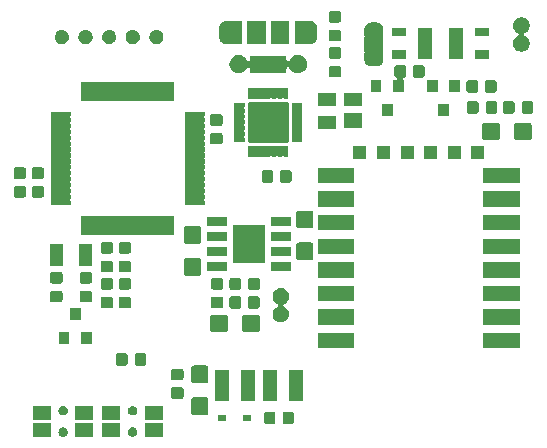
<source format=gts>
G04 #@! TF.GenerationSoftware,KiCad,Pcbnew,(5.1.5)-3*
G04 #@! TF.CreationDate,2020-08-26T12:51:06+03:00*
G04 #@! TF.ProjectId,body_temp,626f6479-5f74-4656-9d70-2e6b69636164,rev?*
G04 #@! TF.SameCoordinates,Original*
G04 #@! TF.FileFunction,Soldermask,Top*
G04 #@! TF.FilePolarity,Negative*
%FSLAX46Y46*%
G04 Gerber Fmt 4.6, Leading zero omitted, Abs format (unit mm)*
G04 Created by KiCad (PCBNEW (5.1.5)-3) date 2020-08-26 12:51:06*
%MOMM*%
%LPD*%
G04 APERTURE LIST*
%ADD10C,0.100000*%
G04 APERTURE END LIST*
D10*
G36*
X25119231Y-50205705D02*
G01*
X25157967Y-50213410D01*
X25188195Y-50225931D01*
X25230944Y-50243638D01*
X25296622Y-50287523D01*
X25352477Y-50343378D01*
X25396362Y-50409056D01*
X25426590Y-50482034D01*
X25442000Y-50559504D01*
X25442000Y-50638496D01*
X25426590Y-50715966D01*
X25396362Y-50788944D01*
X25352477Y-50854622D01*
X25296622Y-50910477D01*
X25230944Y-50954362D01*
X25188195Y-50972069D01*
X25157967Y-50984590D01*
X25119231Y-50992295D01*
X25080496Y-51000000D01*
X25001504Y-51000000D01*
X24962769Y-50992295D01*
X24924033Y-50984590D01*
X24893805Y-50972069D01*
X24851056Y-50954362D01*
X24785378Y-50910477D01*
X24729523Y-50854622D01*
X24685638Y-50788944D01*
X24655410Y-50715966D01*
X24640000Y-50638496D01*
X24640000Y-50559504D01*
X24655410Y-50482034D01*
X24685638Y-50409056D01*
X24729523Y-50343378D01*
X24785378Y-50287523D01*
X24851056Y-50243638D01*
X24893805Y-50225931D01*
X24924033Y-50213410D01*
X24962769Y-50205705D01*
X25001504Y-50198000D01*
X25080496Y-50198000D01*
X25119231Y-50205705D01*
G37*
G36*
X19233231Y-50205705D02*
G01*
X19271967Y-50213410D01*
X19302195Y-50225931D01*
X19344944Y-50243638D01*
X19410622Y-50287523D01*
X19466477Y-50343378D01*
X19510362Y-50409056D01*
X19540590Y-50482034D01*
X19556000Y-50559504D01*
X19556000Y-50638496D01*
X19540590Y-50715966D01*
X19510362Y-50788944D01*
X19466477Y-50854622D01*
X19410622Y-50910477D01*
X19344944Y-50954362D01*
X19302195Y-50972069D01*
X19271967Y-50984590D01*
X19233231Y-50992295D01*
X19194496Y-51000000D01*
X19115504Y-51000000D01*
X19076769Y-50992295D01*
X19038033Y-50984590D01*
X19007805Y-50972069D01*
X18965056Y-50954362D01*
X18899378Y-50910477D01*
X18843523Y-50854622D01*
X18799638Y-50788944D01*
X18769410Y-50715966D01*
X18754000Y-50638496D01*
X18754000Y-50559504D01*
X18769410Y-50482034D01*
X18799638Y-50409056D01*
X18843523Y-50343378D01*
X18899378Y-50287523D01*
X18965056Y-50243638D01*
X19007805Y-50225931D01*
X19038033Y-50213410D01*
X19076769Y-50205705D01*
X19115504Y-50198000D01*
X19194496Y-50198000D01*
X19233231Y-50205705D01*
G37*
G36*
X27592000Y-50995000D02*
G01*
X26090000Y-50995000D01*
X26090000Y-49843000D01*
X27592000Y-49843000D01*
X27592000Y-50995000D01*
G37*
G36*
X18106000Y-50995000D02*
G01*
X16604000Y-50995000D01*
X16604000Y-49843000D01*
X18106000Y-49843000D01*
X18106000Y-50995000D01*
G37*
G36*
X21706000Y-50995000D02*
G01*
X20204000Y-50995000D01*
X20204000Y-49843000D01*
X21706000Y-49843000D01*
X21706000Y-50995000D01*
G37*
G36*
X23992000Y-50995000D02*
G01*
X22490000Y-50995000D01*
X22490000Y-49843000D01*
X23992000Y-49843000D01*
X23992000Y-50995000D01*
G37*
G36*
X38569091Y-48881085D02*
G01*
X38603069Y-48891393D01*
X38634390Y-48908134D01*
X38661839Y-48930661D01*
X38684366Y-48958110D01*
X38701107Y-48989431D01*
X38711415Y-49023409D01*
X38715500Y-49064890D01*
X38715500Y-49741110D01*
X38711415Y-49782591D01*
X38701107Y-49816569D01*
X38684366Y-49847890D01*
X38661839Y-49875339D01*
X38634390Y-49897866D01*
X38603069Y-49914607D01*
X38569091Y-49924915D01*
X38527610Y-49929000D01*
X37926390Y-49929000D01*
X37884909Y-49924915D01*
X37850931Y-49914607D01*
X37819610Y-49897866D01*
X37792161Y-49875339D01*
X37769634Y-49847890D01*
X37752893Y-49816569D01*
X37742585Y-49782591D01*
X37738500Y-49741110D01*
X37738500Y-49064890D01*
X37742585Y-49023409D01*
X37752893Y-48989431D01*
X37769634Y-48958110D01*
X37792161Y-48930661D01*
X37819610Y-48908134D01*
X37850931Y-48891393D01*
X37884909Y-48881085D01*
X37926390Y-48877000D01*
X38527610Y-48877000D01*
X38569091Y-48881085D01*
G37*
G36*
X36994091Y-48881085D02*
G01*
X37028069Y-48891393D01*
X37059390Y-48908134D01*
X37086839Y-48930661D01*
X37109366Y-48958110D01*
X37126107Y-48989431D01*
X37136415Y-49023409D01*
X37140500Y-49064890D01*
X37140500Y-49741110D01*
X37136415Y-49782591D01*
X37126107Y-49816569D01*
X37109366Y-49847890D01*
X37086839Y-49875339D01*
X37059390Y-49897866D01*
X37028069Y-49914607D01*
X36994091Y-49924915D01*
X36952610Y-49929000D01*
X36351390Y-49929000D01*
X36309909Y-49924915D01*
X36275931Y-49914607D01*
X36244610Y-49897866D01*
X36217161Y-49875339D01*
X36194634Y-49847890D01*
X36177893Y-49816569D01*
X36167585Y-49782591D01*
X36163500Y-49741110D01*
X36163500Y-49064890D01*
X36167585Y-49023409D01*
X36177893Y-48989431D01*
X36194634Y-48958110D01*
X36217161Y-48930661D01*
X36244610Y-48908134D01*
X36275931Y-48891393D01*
X36309909Y-48881085D01*
X36351390Y-48877000D01*
X36952610Y-48877000D01*
X36994091Y-48881085D01*
G37*
G36*
X32990000Y-49679000D02*
G01*
X32288000Y-49679000D01*
X32288000Y-49127000D01*
X32990000Y-49127000D01*
X32990000Y-49679000D01*
G37*
G36*
X35090000Y-49679000D02*
G01*
X34388000Y-49679000D01*
X34388000Y-49127000D01*
X35090000Y-49127000D01*
X35090000Y-49679000D01*
G37*
G36*
X27592000Y-49555000D02*
G01*
X26090000Y-49555000D01*
X26090000Y-48403000D01*
X27592000Y-48403000D01*
X27592000Y-49555000D01*
G37*
G36*
X21706000Y-49555000D02*
G01*
X20204000Y-49555000D01*
X20204000Y-48403000D01*
X21706000Y-48403000D01*
X21706000Y-49555000D01*
G37*
G36*
X18106000Y-49555000D02*
G01*
X16604000Y-49555000D01*
X16604000Y-48403000D01*
X18106000Y-48403000D01*
X18106000Y-49555000D01*
G37*
G36*
X23992000Y-49555000D02*
G01*
X22490000Y-49555000D01*
X22490000Y-48403000D01*
X23992000Y-48403000D01*
X23992000Y-49555000D01*
G37*
G36*
X19219632Y-48403000D02*
G01*
X19271967Y-48413410D01*
X19302195Y-48425931D01*
X19344944Y-48443638D01*
X19410622Y-48487523D01*
X19466477Y-48543378D01*
X19510362Y-48609056D01*
X19540590Y-48682034D01*
X19556000Y-48759504D01*
X19556000Y-48838496D01*
X19540590Y-48915966D01*
X19510362Y-48988944D01*
X19466477Y-49054622D01*
X19410622Y-49110477D01*
X19344944Y-49154362D01*
X19317250Y-49165833D01*
X19271967Y-49184590D01*
X19233231Y-49192295D01*
X19194496Y-49200000D01*
X19115504Y-49200000D01*
X19076769Y-49192295D01*
X19038033Y-49184590D01*
X18992750Y-49165833D01*
X18965056Y-49154362D01*
X18899378Y-49110477D01*
X18843523Y-49054622D01*
X18799638Y-48988944D01*
X18769410Y-48915966D01*
X18754000Y-48838496D01*
X18754000Y-48759504D01*
X18769410Y-48682034D01*
X18799638Y-48609056D01*
X18843523Y-48543378D01*
X18899378Y-48487523D01*
X18965056Y-48443638D01*
X19007805Y-48425931D01*
X19038033Y-48413410D01*
X19090368Y-48403000D01*
X19115504Y-48398000D01*
X19194496Y-48398000D01*
X19219632Y-48403000D01*
G37*
G36*
X25105632Y-48403000D02*
G01*
X25157967Y-48413410D01*
X25188195Y-48425931D01*
X25230944Y-48443638D01*
X25296622Y-48487523D01*
X25352477Y-48543378D01*
X25396362Y-48609056D01*
X25426590Y-48682034D01*
X25442000Y-48759504D01*
X25442000Y-48838496D01*
X25426590Y-48915966D01*
X25396362Y-48988944D01*
X25352477Y-49054622D01*
X25296622Y-49110477D01*
X25230944Y-49154362D01*
X25203250Y-49165833D01*
X25157967Y-49184590D01*
X25119231Y-49192295D01*
X25080496Y-49200000D01*
X25001504Y-49200000D01*
X24962769Y-49192295D01*
X24924033Y-49184590D01*
X24878750Y-49165833D01*
X24851056Y-49154362D01*
X24785378Y-49110477D01*
X24729523Y-49054622D01*
X24685638Y-48988944D01*
X24655410Y-48915966D01*
X24640000Y-48838496D01*
X24640000Y-48759504D01*
X24655410Y-48682034D01*
X24685638Y-48609056D01*
X24729523Y-48543378D01*
X24785378Y-48487523D01*
X24851056Y-48443638D01*
X24893805Y-48425931D01*
X24924033Y-48413410D01*
X24976368Y-48403000D01*
X25001504Y-48398000D01*
X25080496Y-48398000D01*
X25105632Y-48403000D01*
G37*
G36*
X31306798Y-47673247D02*
G01*
X31342367Y-47684037D01*
X31375139Y-47701554D01*
X31403869Y-47725131D01*
X31427446Y-47753861D01*
X31444963Y-47786633D01*
X31455753Y-47822202D01*
X31460000Y-47865325D01*
X31460000Y-48974675D01*
X31455753Y-49017798D01*
X31444963Y-49053367D01*
X31427446Y-49086139D01*
X31403869Y-49114869D01*
X31375139Y-49138446D01*
X31342367Y-49155963D01*
X31306798Y-49166753D01*
X31263675Y-49171000D01*
X30204325Y-49171000D01*
X30161202Y-49166753D01*
X30125633Y-49155963D01*
X30092861Y-49138446D01*
X30064131Y-49114869D01*
X30040554Y-49086139D01*
X30023037Y-49053367D01*
X30012247Y-49017798D01*
X30008000Y-48974675D01*
X30008000Y-47865325D01*
X30012247Y-47822202D01*
X30023037Y-47786633D01*
X30040554Y-47753861D01*
X30064131Y-47725131D01*
X30092861Y-47701554D01*
X30125633Y-47684037D01*
X30161202Y-47673247D01*
X30204325Y-47669000D01*
X31263675Y-47669000D01*
X31306798Y-47673247D01*
G37*
G36*
X37284000Y-48001000D02*
G01*
X36122000Y-48001000D01*
X36122000Y-45349000D01*
X37284000Y-45349000D01*
X37284000Y-48001000D01*
G37*
G36*
X39484000Y-48001000D02*
G01*
X38322000Y-48001000D01*
X38322000Y-45349000D01*
X39484000Y-45349000D01*
X39484000Y-48001000D01*
G37*
G36*
X35420000Y-47996000D02*
G01*
X34258000Y-47996000D01*
X34258000Y-45344000D01*
X35420000Y-45344000D01*
X35420000Y-47996000D01*
G37*
G36*
X33220000Y-47996000D02*
G01*
X32058000Y-47996000D01*
X32058000Y-45344000D01*
X33220000Y-45344000D01*
X33220000Y-47996000D01*
G37*
G36*
X29208591Y-46810585D02*
G01*
X29242569Y-46820893D01*
X29273890Y-46837634D01*
X29301339Y-46860161D01*
X29323866Y-46887610D01*
X29340607Y-46918931D01*
X29350915Y-46952909D01*
X29355000Y-46994390D01*
X29355000Y-47595610D01*
X29350915Y-47637091D01*
X29340607Y-47671069D01*
X29323866Y-47702390D01*
X29301339Y-47729839D01*
X29273890Y-47752366D01*
X29242569Y-47769107D01*
X29208591Y-47779415D01*
X29167110Y-47783500D01*
X28490890Y-47783500D01*
X28449409Y-47779415D01*
X28415431Y-47769107D01*
X28384110Y-47752366D01*
X28356661Y-47729839D01*
X28334134Y-47702390D01*
X28317393Y-47671069D01*
X28307085Y-47637091D01*
X28303000Y-47595610D01*
X28303000Y-46994390D01*
X28307085Y-46952909D01*
X28317393Y-46918931D01*
X28334134Y-46887610D01*
X28356661Y-46860161D01*
X28384110Y-46837634D01*
X28415431Y-46820893D01*
X28449409Y-46810585D01*
X28490890Y-46806500D01*
X29167110Y-46806500D01*
X29208591Y-46810585D01*
G37*
G36*
X31306798Y-44973247D02*
G01*
X31342367Y-44984037D01*
X31375139Y-45001554D01*
X31403869Y-45025131D01*
X31427446Y-45053861D01*
X31444963Y-45086633D01*
X31455753Y-45122202D01*
X31460000Y-45165325D01*
X31460000Y-46274675D01*
X31455753Y-46317798D01*
X31444963Y-46353367D01*
X31427446Y-46386139D01*
X31403869Y-46414869D01*
X31375139Y-46438446D01*
X31342367Y-46455963D01*
X31306798Y-46466753D01*
X31263675Y-46471000D01*
X30204325Y-46471000D01*
X30161202Y-46466753D01*
X30125633Y-46455963D01*
X30092861Y-46438446D01*
X30064131Y-46414869D01*
X30040554Y-46386139D01*
X30023037Y-46353367D01*
X30012247Y-46317798D01*
X30008000Y-46274675D01*
X30008000Y-45165325D01*
X30012247Y-45122202D01*
X30023037Y-45086633D01*
X30040554Y-45053861D01*
X30064131Y-45025131D01*
X30092861Y-45001554D01*
X30125633Y-44984037D01*
X30161202Y-44973247D01*
X30204325Y-44969000D01*
X31263675Y-44969000D01*
X31306798Y-44973247D01*
G37*
G36*
X29208591Y-45235585D02*
G01*
X29242569Y-45245893D01*
X29273890Y-45262634D01*
X29301339Y-45285161D01*
X29323866Y-45312610D01*
X29340607Y-45343931D01*
X29350915Y-45377909D01*
X29355000Y-45419390D01*
X29355000Y-46020610D01*
X29350915Y-46062091D01*
X29340607Y-46096069D01*
X29323866Y-46127390D01*
X29301339Y-46154839D01*
X29273890Y-46177366D01*
X29242569Y-46194107D01*
X29208591Y-46204415D01*
X29167110Y-46208500D01*
X28490890Y-46208500D01*
X28449409Y-46204415D01*
X28415431Y-46194107D01*
X28384110Y-46177366D01*
X28356661Y-46154839D01*
X28334134Y-46127390D01*
X28317393Y-46096069D01*
X28307085Y-46062091D01*
X28303000Y-46020610D01*
X28303000Y-45419390D01*
X28307085Y-45377909D01*
X28317393Y-45343931D01*
X28334134Y-45312610D01*
X28356661Y-45285161D01*
X28384110Y-45262634D01*
X28415431Y-45245893D01*
X28449409Y-45235585D01*
X28490890Y-45231500D01*
X29167110Y-45231500D01*
X29208591Y-45235585D01*
G37*
G36*
X24472091Y-43928085D02*
G01*
X24506069Y-43938393D01*
X24537390Y-43955134D01*
X24564839Y-43977661D01*
X24587366Y-44005110D01*
X24604107Y-44036431D01*
X24614415Y-44070409D01*
X24618500Y-44111890D01*
X24618500Y-44788110D01*
X24614415Y-44829591D01*
X24604107Y-44863569D01*
X24587366Y-44894890D01*
X24564839Y-44922339D01*
X24537390Y-44944866D01*
X24506069Y-44961607D01*
X24472091Y-44971915D01*
X24430610Y-44976000D01*
X23829390Y-44976000D01*
X23787909Y-44971915D01*
X23753931Y-44961607D01*
X23722610Y-44944866D01*
X23695161Y-44922339D01*
X23672634Y-44894890D01*
X23655893Y-44863569D01*
X23645585Y-44829591D01*
X23641500Y-44788110D01*
X23641500Y-44111890D01*
X23645585Y-44070409D01*
X23655893Y-44036431D01*
X23672634Y-44005110D01*
X23695161Y-43977661D01*
X23722610Y-43955134D01*
X23753931Y-43938393D01*
X23787909Y-43928085D01*
X23829390Y-43924000D01*
X24430610Y-43924000D01*
X24472091Y-43928085D01*
G37*
G36*
X26047091Y-43928085D02*
G01*
X26081069Y-43938393D01*
X26112390Y-43955134D01*
X26139839Y-43977661D01*
X26162366Y-44005110D01*
X26179107Y-44036431D01*
X26189415Y-44070409D01*
X26193500Y-44111890D01*
X26193500Y-44788110D01*
X26189415Y-44829591D01*
X26179107Y-44863569D01*
X26162366Y-44894890D01*
X26139839Y-44922339D01*
X26112390Y-44944866D01*
X26081069Y-44961607D01*
X26047091Y-44971915D01*
X26005610Y-44976000D01*
X25404390Y-44976000D01*
X25362909Y-44971915D01*
X25328931Y-44961607D01*
X25297610Y-44944866D01*
X25270161Y-44922339D01*
X25247634Y-44894890D01*
X25230893Y-44863569D01*
X25220585Y-44829591D01*
X25216500Y-44788110D01*
X25216500Y-44111890D01*
X25220585Y-44070409D01*
X25230893Y-44036431D01*
X25247634Y-44005110D01*
X25270161Y-43977661D01*
X25297610Y-43955134D01*
X25328931Y-43938393D01*
X25362909Y-43928085D01*
X25404390Y-43924000D01*
X26005610Y-43924000D01*
X26047091Y-43928085D01*
G37*
G36*
X43827000Y-43521000D02*
G01*
X40725000Y-43521000D01*
X40725000Y-42219000D01*
X43827000Y-42219000D01*
X43827000Y-43521000D01*
G37*
G36*
X57827000Y-43521000D02*
G01*
X54725000Y-43521000D01*
X54725000Y-42219000D01*
X57827000Y-42219000D01*
X57827000Y-43521000D01*
G37*
G36*
X21594000Y-43141000D02*
G01*
X20692000Y-43141000D01*
X20692000Y-42139000D01*
X21594000Y-42139000D01*
X21594000Y-43141000D01*
G37*
G36*
X19694000Y-43141000D02*
G01*
X18792000Y-43141000D01*
X18792000Y-42139000D01*
X19694000Y-42139000D01*
X19694000Y-43141000D01*
G37*
G36*
X35649798Y-40680247D02*
G01*
X35685367Y-40691037D01*
X35718139Y-40708554D01*
X35746869Y-40732131D01*
X35770446Y-40760861D01*
X35787963Y-40793633D01*
X35798753Y-40829202D01*
X35803000Y-40872325D01*
X35803000Y-41931675D01*
X35798753Y-41974798D01*
X35787963Y-42010367D01*
X35770446Y-42043139D01*
X35746869Y-42071869D01*
X35718139Y-42095446D01*
X35685367Y-42112963D01*
X35649798Y-42123753D01*
X35606675Y-42128000D01*
X34497325Y-42128000D01*
X34454202Y-42123753D01*
X34418633Y-42112963D01*
X34385861Y-42095446D01*
X34357131Y-42071869D01*
X34333554Y-42043139D01*
X34316037Y-42010367D01*
X34305247Y-41974798D01*
X34301000Y-41931675D01*
X34301000Y-40872325D01*
X34305247Y-40829202D01*
X34316037Y-40793633D01*
X34333554Y-40760861D01*
X34357131Y-40732131D01*
X34385861Y-40708554D01*
X34418633Y-40691037D01*
X34454202Y-40680247D01*
X34497325Y-40676000D01*
X35606675Y-40676000D01*
X35649798Y-40680247D01*
G37*
G36*
X32949798Y-40680247D02*
G01*
X32985367Y-40691037D01*
X33018139Y-40708554D01*
X33046869Y-40732131D01*
X33070446Y-40760861D01*
X33087963Y-40793633D01*
X33098753Y-40829202D01*
X33103000Y-40872325D01*
X33103000Y-41931675D01*
X33098753Y-41974798D01*
X33087963Y-42010367D01*
X33070446Y-42043139D01*
X33046869Y-42071869D01*
X33018139Y-42095446D01*
X32985367Y-42112963D01*
X32949798Y-42123753D01*
X32906675Y-42128000D01*
X31797325Y-42128000D01*
X31754202Y-42123753D01*
X31718633Y-42112963D01*
X31685861Y-42095446D01*
X31657131Y-42071869D01*
X31633554Y-42043139D01*
X31616037Y-42010367D01*
X31605247Y-41974798D01*
X31601000Y-41931675D01*
X31601000Y-40872325D01*
X31605247Y-40829202D01*
X31616037Y-40793633D01*
X31633554Y-40760861D01*
X31657131Y-40732131D01*
X31685861Y-40708554D01*
X31718633Y-40691037D01*
X31754202Y-40680247D01*
X31797325Y-40676000D01*
X32906675Y-40676000D01*
X32949798Y-40680247D01*
G37*
G36*
X43827000Y-41521000D02*
G01*
X40725000Y-41521000D01*
X40725000Y-40219000D01*
X43827000Y-40219000D01*
X43827000Y-41521000D01*
G37*
G36*
X57827000Y-41521000D02*
G01*
X54725000Y-41521000D01*
X54725000Y-40219000D01*
X57827000Y-40219000D01*
X57827000Y-41521000D01*
G37*
G36*
X37796473Y-38441938D02*
G01*
X37924049Y-38494782D01*
X38038859Y-38571495D01*
X38136505Y-38669141D01*
X38213218Y-38783951D01*
X38266062Y-38911527D01*
X38293000Y-39046956D01*
X38293000Y-39185044D01*
X38266062Y-39320473D01*
X38213218Y-39448049D01*
X38136505Y-39562859D01*
X38038859Y-39660505D01*
X37924051Y-39737217D01*
X37891944Y-39750516D01*
X37870334Y-39762067D01*
X37851392Y-39777613D01*
X37835847Y-39796555D01*
X37824296Y-39818165D01*
X37817183Y-39841614D01*
X37814781Y-39866001D01*
X37817183Y-39890387D01*
X37824296Y-39913836D01*
X37835847Y-39935446D01*
X37851393Y-39954388D01*
X37870335Y-39969933D01*
X37891944Y-39981484D01*
X37924051Y-39994783D01*
X38038859Y-40071495D01*
X38136505Y-40169141D01*
X38213218Y-40283951D01*
X38266062Y-40411527D01*
X38293000Y-40546956D01*
X38293000Y-40685044D01*
X38266062Y-40820473D01*
X38213218Y-40948049D01*
X38136505Y-41062859D01*
X38038859Y-41160505D01*
X37924049Y-41237218D01*
X37796473Y-41290062D01*
X37661044Y-41317000D01*
X37522956Y-41317000D01*
X37387527Y-41290062D01*
X37259951Y-41237218D01*
X37145141Y-41160505D01*
X37047495Y-41062859D01*
X36970782Y-40948049D01*
X36917938Y-40820473D01*
X36891000Y-40685044D01*
X36891000Y-40546956D01*
X36917938Y-40411527D01*
X36970782Y-40283951D01*
X37047495Y-40169141D01*
X37145141Y-40071495D01*
X37259949Y-39994783D01*
X37292056Y-39981484D01*
X37313666Y-39969933D01*
X37332608Y-39954387D01*
X37348153Y-39935445D01*
X37359704Y-39913835D01*
X37366817Y-39890386D01*
X37369219Y-39865999D01*
X37366817Y-39841613D01*
X37359704Y-39818164D01*
X37348153Y-39796554D01*
X37332607Y-39777612D01*
X37313665Y-39762067D01*
X37292056Y-39750516D01*
X37259949Y-39737217D01*
X37145141Y-39660505D01*
X37047495Y-39562859D01*
X36970782Y-39448049D01*
X36917938Y-39320473D01*
X36891000Y-39185044D01*
X36891000Y-39046956D01*
X36917938Y-38911527D01*
X36970782Y-38783951D01*
X37047495Y-38669141D01*
X37145141Y-38571495D01*
X37259951Y-38494782D01*
X37387527Y-38441938D01*
X37522956Y-38415000D01*
X37661044Y-38415000D01*
X37796473Y-38441938D01*
G37*
G36*
X20644000Y-41141000D02*
G01*
X19742000Y-41141000D01*
X19742000Y-40139000D01*
X20644000Y-40139000D01*
X20644000Y-41141000D01*
G37*
G36*
X35648091Y-39102085D02*
G01*
X35682069Y-39112393D01*
X35713390Y-39129134D01*
X35740839Y-39151661D01*
X35763366Y-39179110D01*
X35780107Y-39210431D01*
X35790415Y-39244409D01*
X35794500Y-39285890D01*
X35794500Y-39962110D01*
X35790415Y-40003591D01*
X35780107Y-40037569D01*
X35763366Y-40068890D01*
X35740839Y-40096339D01*
X35713390Y-40118866D01*
X35682069Y-40135607D01*
X35648091Y-40145915D01*
X35606610Y-40150000D01*
X35005390Y-40150000D01*
X34963909Y-40145915D01*
X34929931Y-40135607D01*
X34898610Y-40118866D01*
X34871161Y-40096339D01*
X34848634Y-40068890D01*
X34831893Y-40037569D01*
X34821585Y-40003591D01*
X34817500Y-39962110D01*
X34817500Y-39285890D01*
X34821585Y-39244409D01*
X34831893Y-39210431D01*
X34848634Y-39179110D01*
X34871161Y-39151661D01*
X34898610Y-39129134D01*
X34929931Y-39112393D01*
X34963909Y-39102085D01*
X35005390Y-39098000D01*
X35606610Y-39098000D01*
X35648091Y-39102085D01*
G37*
G36*
X34073091Y-39102085D02*
G01*
X34107069Y-39112393D01*
X34138390Y-39129134D01*
X34165839Y-39151661D01*
X34188366Y-39179110D01*
X34205107Y-39210431D01*
X34215415Y-39244409D01*
X34219500Y-39285890D01*
X34219500Y-39962110D01*
X34215415Y-40003591D01*
X34205107Y-40037569D01*
X34188366Y-40068890D01*
X34165839Y-40096339D01*
X34138390Y-40118866D01*
X34107069Y-40135607D01*
X34073091Y-40145915D01*
X34031610Y-40150000D01*
X33430390Y-40150000D01*
X33388909Y-40145915D01*
X33354931Y-40135607D01*
X33323610Y-40118866D01*
X33296161Y-40096339D01*
X33273634Y-40068890D01*
X33256893Y-40037569D01*
X33246585Y-40003591D01*
X33242500Y-39962110D01*
X33242500Y-39285890D01*
X33246585Y-39244409D01*
X33256893Y-39210431D01*
X33273634Y-39179110D01*
X33296161Y-39151661D01*
X33323610Y-39129134D01*
X33354931Y-39112393D01*
X33388909Y-39102085D01*
X33430390Y-39098000D01*
X34031610Y-39098000D01*
X34073091Y-39102085D01*
G37*
G36*
X32571591Y-39139585D02*
G01*
X32605569Y-39149893D01*
X32636890Y-39166634D01*
X32664339Y-39189161D01*
X32686866Y-39216610D01*
X32703607Y-39247931D01*
X32713915Y-39281909D01*
X32718000Y-39323390D01*
X32718000Y-39924610D01*
X32713915Y-39966091D01*
X32703607Y-40000069D01*
X32686866Y-40031390D01*
X32664339Y-40058839D01*
X32636890Y-40081366D01*
X32605569Y-40098107D01*
X32571591Y-40108415D01*
X32530110Y-40112500D01*
X31853890Y-40112500D01*
X31812409Y-40108415D01*
X31778431Y-40098107D01*
X31747110Y-40081366D01*
X31719661Y-40058839D01*
X31697134Y-40031390D01*
X31680393Y-40000069D01*
X31670085Y-39966091D01*
X31666000Y-39924610D01*
X31666000Y-39323390D01*
X31670085Y-39281909D01*
X31680393Y-39247931D01*
X31697134Y-39216610D01*
X31719661Y-39189161D01*
X31747110Y-39166634D01*
X31778431Y-39149893D01*
X31812409Y-39139585D01*
X31853890Y-39135500D01*
X32530110Y-39135500D01*
X32571591Y-39139585D01*
G37*
G36*
X23239591Y-39139585D02*
G01*
X23273569Y-39149893D01*
X23304890Y-39166634D01*
X23332339Y-39189161D01*
X23354866Y-39216610D01*
X23371607Y-39247931D01*
X23381915Y-39281909D01*
X23386000Y-39323390D01*
X23386000Y-39924610D01*
X23381915Y-39966091D01*
X23371607Y-40000069D01*
X23354866Y-40031390D01*
X23332339Y-40058839D01*
X23304890Y-40081366D01*
X23273569Y-40098107D01*
X23239591Y-40108415D01*
X23198110Y-40112500D01*
X22521890Y-40112500D01*
X22480409Y-40108415D01*
X22446431Y-40098107D01*
X22415110Y-40081366D01*
X22387661Y-40058839D01*
X22365134Y-40031390D01*
X22348393Y-40000069D01*
X22338085Y-39966091D01*
X22334000Y-39924610D01*
X22334000Y-39323390D01*
X22338085Y-39281909D01*
X22348393Y-39247931D01*
X22365134Y-39216610D01*
X22387661Y-39189161D01*
X22415110Y-39166634D01*
X22446431Y-39149893D01*
X22480409Y-39139585D01*
X22521890Y-39135500D01*
X23198110Y-39135500D01*
X23239591Y-39139585D01*
G37*
G36*
X24763591Y-39139585D02*
G01*
X24797569Y-39149893D01*
X24828890Y-39166634D01*
X24856339Y-39189161D01*
X24878866Y-39216610D01*
X24895607Y-39247931D01*
X24905915Y-39281909D01*
X24910000Y-39323390D01*
X24910000Y-39924610D01*
X24905915Y-39966091D01*
X24895607Y-40000069D01*
X24878866Y-40031390D01*
X24856339Y-40058839D01*
X24828890Y-40081366D01*
X24797569Y-40098107D01*
X24763591Y-40108415D01*
X24722110Y-40112500D01*
X24045890Y-40112500D01*
X24004409Y-40108415D01*
X23970431Y-40098107D01*
X23939110Y-40081366D01*
X23911661Y-40058839D01*
X23889134Y-40031390D01*
X23872393Y-40000069D01*
X23862085Y-39966091D01*
X23858000Y-39924610D01*
X23858000Y-39323390D01*
X23862085Y-39281909D01*
X23872393Y-39247931D01*
X23889134Y-39216610D01*
X23911661Y-39189161D01*
X23939110Y-39166634D01*
X23970431Y-39149893D01*
X24004409Y-39139585D01*
X24045890Y-39135500D01*
X24722110Y-39135500D01*
X24763591Y-39139585D01*
G37*
G36*
X21461591Y-38631585D02*
G01*
X21495569Y-38641893D01*
X21526890Y-38658634D01*
X21554339Y-38681161D01*
X21576866Y-38708610D01*
X21593607Y-38739931D01*
X21603915Y-38773909D01*
X21608000Y-38815390D01*
X21608000Y-39416610D01*
X21603915Y-39458091D01*
X21593607Y-39492069D01*
X21576866Y-39523390D01*
X21554339Y-39550839D01*
X21526890Y-39573366D01*
X21495569Y-39590107D01*
X21461591Y-39600415D01*
X21420110Y-39604500D01*
X20743890Y-39604500D01*
X20702409Y-39600415D01*
X20668431Y-39590107D01*
X20637110Y-39573366D01*
X20609661Y-39550839D01*
X20587134Y-39523390D01*
X20570393Y-39492069D01*
X20560085Y-39458091D01*
X20556000Y-39416610D01*
X20556000Y-38815390D01*
X20560085Y-38773909D01*
X20570393Y-38739931D01*
X20587134Y-38708610D01*
X20609661Y-38681161D01*
X20637110Y-38658634D01*
X20668431Y-38641893D01*
X20702409Y-38631585D01*
X20743890Y-38627500D01*
X21420110Y-38627500D01*
X21461591Y-38631585D01*
G37*
G36*
X18961591Y-38631585D02*
G01*
X18995569Y-38641893D01*
X19026890Y-38658634D01*
X19054339Y-38681161D01*
X19076866Y-38708610D01*
X19093607Y-38739931D01*
X19103915Y-38773909D01*
X19108000Y-38815390D01*
X19108000Y-39416610D01*
X19103915Y-39458091D01*
X19093607Y-39492069D01*
X19076866Y-39523390D01*
X19054339Y-39550839D01*
X19026890Y-39573366D01*
X18995569Y-39590107D01*
X18961591Y-39600415D01*
X18920110Y-39604500D01*
X18243890Y-39604500D01*
X18202409Y-39600415D01*
X18168431Y-39590107D01*
X18137110Y-39573366D01*
X18109661Y-39550839D01*
X18087134Y-39523390D01*
X18070393Y-39492069D01*
X18060085Y-39458091D01*
X18056000Y-39416610D01*
X18056000Y-38815390D01*
X18060085Y-38773909D01*
X18070393Y-38739931D01*
X18087134Y-38708610D01*
X18109661Y-38681161D01*
X18137110Y-38658634D01*
X18168431Y-38641893D01*
X18202409Y-38631585D01*
X18243890Y-38627500D01*
X18920110Y-38627500D01*
X18961591Y-38631585D01*
G37*
G36*
X43827000Y-39521000D02*
G01*
X40725000Y-39521000D01*
X40725000Y-38219000D01*
X43827000Y-38219000D01*
X43827000Y-39521000D01*
G37*
G36*
X57827000Y-39521000D02*
G01*
X54725000Y-39521000D01*
X54725000Y-38219000D01*
X57827000Y-38219000D01*
X57827000Y-39521000D01*
G37*
G36*
X34073091Y-37527085D02*
G01*
X34107069Y-37537393D01*
X34138390Y-37554134D01*
X34165839Y-37576661D01*
X34188366Y-37604110D01*
X34205107Y-37635431D01*
X34215415Y-37669409D01*
X34219500Y-37710890D01*
X34219500Y-38387110D01*
X34215415Y-38428591D01*
X34205107Y-38462569D01*
X34188366Y-38493890D01*
X34165839Y-38521339D01*
X34138390Y-38543866D01*
X34107069Y-38560607D01*
X34073091Y-38570915D01*
X34031610Y-38575000D01*
X33430390Y-38575000D01*
X33388909Y-38570915D01*
X33354931Y-38560607D01*
X33323610Y-38543866D01*
X33296161Y-38521339D01*
X33273634Y-38493890D01*
X33256893Y-38462569D01*
X33246585Y-38428591D01*
X33242500Y-38387110D01*
X33242500Y-37710890D01*
X33246585Y-37669409D01*
X33256893Y-37635431D01*
X33273634Y-37604110D01*
X33296161Y-37576661D01*
X33323610Y-37554134D01*
X33354931Y-37537393D01*
X33388909Y-37527085D01*
X33430390Y-37523000D01*
X34031610Y-37523000D01*
X34073091Y-37527085D01*
G37*
G36*
X35648091Y-37527085D02*
G01*
X35682069Y-37537393D01*
X35713390Y-37554134D01*
X35740839Y-37576661D01*
X35763366Y-37604110D01*
X35780107Y-37635431D01*
X35790415Y-37669409D01*
X35794500Y-37710890D01*
X35794500Y-38387110D01*
X35790415Y-38428591D01*
X35780107Y-38462569D01*
X35763366Y-38493890D01*
X35740839Y-38521339D01*
X35713390Y-38543866D01*
X35682069Y-38560607D01*
X35648091Y-38570915D01*
X35606610Y-38575000D01*
X35005390Y-38575000D01*
X34963909Y-38570915D01*
X34929931Y-38560607D01*
X34898610Y-38543866D01*
X34871161Y-38521339D01*
X34848634Y-38493890D01*
X34831893Y-38462569D01*
X34821585Y-38428591D01*
X34817500Y-38387110D01*
X34817500Y-37710890D01*
X34821585Y-37669409D01*
X34831893Y-37635431D01*
X34848634Y-37604110D01*
X34871161Y-37576661D01*
X34898610Y-37554134D01*
X34929931Y-37537393D01*
X34963909Y-37527085D01*
X35005390Y-37523000D01*
X35606610Y-37523000D01*
X35648091Y-37527085D01*
G37*
G36*
X32571591Y-37564585D02*
G01*
X32605569Y-37574893D01*
X32636890Y-37591634D01*
X32664339Y-37614161D01*
X32686866Y-37641610D01*
X32703607Y-37672931D01*
X32713915Y-37706909D01*
X32718000Y-37748390D01*
X32718000Y-38349610D01*
X32713915Y-38391091D01*
X32703607Y-38425069D01*
X32686866Y-38456390D01*
X32664339Y-38483839D01*
X32636890Y-38506366D01*
X32605569Y-38523107D01*
X32571591Y-38533415D01*
X32530110Y-38537500D01*
X31853890Y-38537500D01*
X31812409Y-38533415D01*
X31778431Y-38523107D01*
X31747110Y-38506366D01*
X31719661Y-38483839D01*
X31697134Y-38456390D01*
X31680393Y-38425069D01*
X31670085Y-38391091D01*
X31666000Y-38349610D01*
X31666000Y-37748390D01*
X31670085Y-37706909D01*
X31680393Y-37672931D01*
X31697134Y-37641610D01*
X31719661Y-37614161D01*
X31747110Y-37591634D01*
X31778431Y-37574893D01*
X31812409Y-37564585D01*
X31853890Y-37560500D01*
X32530110Y-37560500D01*
X32571591Y-37564585D01*
G37*
G36*
X24763591Y-37564585D02*
G01*
X24797569Y-37574893D01*
X24828890Y-37591634D01*
X24856339Y-37614161D01*
X24878866Y-37641610D01*
X24895607Y-37672931D01*
X24905915Y-37706909D01*
X24910000Y-37748390D01*
X24910000Y-38349610D01*
X24905915Y-38391091D01*
X24895607Y-38425069D01*
X24878866Y-38456390D01*
X24856339Y-38483839D01*
X24828890Y-38506366D01*
X24797569Y-38523107D01*
X24763591Y-38533415D01*
X24722110Y-38537500D01*
X24045890Y-38537500D01*
X24004409Y-38533415D01*
X23970431Y-38523107D01*
X23939110Y-38506366D01*
X23911661Y-38483839D01*
X23889134Y-38456390D01*
X23872393Y-38425069D01*
X23862085Y-38391091D01*
X23858000Y-38349610D01*
X23858000Y-37748390D01*
X23862085Y-37706909D01*
X23872393Y-37672931D01*
X23889134Y-37641610D01*
X23911661Y-37614161D01*
X23939110Y-37591634D01*
X23970431Y-37574893D01*
X24004409Y-37564585D01*
X24045890Y-37560500D01*
X24722110Y-37560500D01*
X24763591Y-37564585D01*
G37*
G36*
X23239591Y-37564585D02*
G01*
X23273569Y-37574893D01*
X23304890Y-37591634D01*
X23332339Y-37614161D01*
X23354866Y-37641610D01*
X23371607Y-37672931D01*
X23381915Y-37706909D01*
X23386000Y-37748390D01*
X23386000Y-38349610D01*
X23381915Y-38391091D01*
X23371607Y-38425069D01*
X23354866Y-38456390D01*
X23332339Y-38483839D01*
X23304890Y-38506366D01*
X23273569Y-38523107D01*
X23239591Y-38533415D01*
X23198110Y-38537500D01*
X22521890Y-38537500D01*
X22480409Y-38533415D01*
X22446431Y-38523107D01*
X22415110Y-38506366D01*
X22387661Y-38483839D01*
X22365134Y-38456390D01*
X22348393Y-38425069D01*
X22338085Y-38391091D01*
X22334000Y-38349610D01*
X22334000Y-37748390D01*
X22338085Y-37706909D01*
X22348393Y-37672931D01*
X22365134Y-37641610D01*
X22387661Y-37614161D01*
X22415110Y-37591634D01*
X22446431Y-37574893D01*
X22480409Y-37564585D01*
X22521890Y-37560500D01*
X23198110Y-37560500D01*
X23239591Y-37564585D01*
G37*
G36*
X18961591Y-37056585D02*
G01*
X18995569Y-37066893D01*
X19026890Y-37083634D01*
X19054339Y-37106161D01*
X19076866Y-37133610D01*
X19093607Y-37164931D01*
X19103915Y-37198909D01*
X19108000Y-37240390D01*
X19108000Y-37841610D01*
X19103915Y-37883091D01*
X19093607Y-37917069D01*
X19076866Y-37948390D01*
X19054339Y-37975839D01*
X19026890Y-37998366D01*
X18995569Y-38015107D01*
X18961591Y-38025415D01*
X18920110Y-38029500D01*
X18243890Y-38029500D01*
X18202409Y-38025415D01*
X18168431Y-38015107D01*
X18137110Y-37998366D01*
X18109661Y-37975839D01*
X18087134Y-37948390D01*
X18070393Y-37917069D01*
X18060085Y-37883091D01*
X18056000Y-37841610D01*
X18056000Y-37240390D01*
X18060085Y-37198909D01*
X18070393Y-37164931D01*
X18087134Y-37133610D01*
X18109661Y-37106161D01*
X18137110Y-37083634D01*
X18168431Y-37066893D01*
X18202409Y-37056585D01*
X18243890Y-37052500D01*
X18920110Y-37052500D01*
X18961591Y-37056585D01*
G37*
G36*
X21461591Y-37056585D02*
G01*
X21495569Y-37066893D01*
X21526890Y-37083634D01*
X21554339Y-37106161D01*
X21576866Y-37133610D01*
X21593607Y-37164931D01*
X21603915Y-37198909D01*
X21608000Y-37240390D01*
X21608000Y-37841610D01*
X21603915Y-37883091D01*
X21593607Y-37917069D01*
X21576866Y-37948390D01*
X21554339Y-37975839D01*
X21526890Y-37998366D01*
X21495569Y-38015107D01*
X21461591Y-38025415D01*
X21420110Y-38029500D01*
X20743890Y-38029500D01*
X20702409Y-38025415D01*
X20668431Y-38015107D01*
X20637110Y-37998366D01*
X20609661Y-37975839D01*
X20587134Y-37948390D01*
X20570393Y-37917069D01*
X20560085Y-37883091D01*
X20556000Y-37841610D01*
X20556000Y-37240390D01*
X20560085Y-37198909D01*
X20570393Y-37164931D01*
X20587134Y-37133610D01*
X20609661Y-37106161D01*
X20637110Y-37083634D01*
X20668431Y-37066893D01*
X20702409Y-37056585D01*
X20743890Y-37052500D01*
X21420110Y-37052500D01*
X21461591Y-37056585D01*
G37*
G36*
X43827000Y-37521000D02*
G01*
X40725000Y-37521000D01*
X40725000Y-36219000D01*
X43827000Y-36219000D01*
X43827000Y-37521000D01*
G37*
G36*
X57827000Y-37521000D02*
G01*
X54725000Y-37521000D01*
X54725000Y-36219000D01*
X57827000Y-36219000D01*
X57827000Y-37521000D01*
G37*
G36*
X30671798Y-35862247D02*
G01*
X30707367Y-35873037D01*
X30740139Y-35890554D01*
X30768869Y-35914131D01*
X30792446Y-35942861D01*
X30809963Y-35975633D01*
X30820753Y-36011202D01*
X30825000Y-36054325D01*
X30825000Y-37163675D01*
X30820753Y-37206798D01*
X30809963Y-37242367D01*
X30792446Y-37275139D01*
X30768869Y-37303869D01*
X30740139Y-37327446D01*
X30707367Y-37344963D01*
X30671798Y-37355753D01*
X30628675Y-37360000D01*
X29569325Y-37360000D01*
X29526202Y-37355753D01*
X29490633Y-37344963D01*
X29457861Y-37327446D01*
X29429131Y-37303869D01*
X29405554Y-37275139D01*
X29388037Y-37242367D01*
X29377247Y-37206798D01*
X29373000Y-37163675D01*
X29373000Y-36054325D01*
X29377247Y-36011202D01*
X29388037Y-35975633D01*
X29405554Y-35942861D01*
X29429131Y-35914131D01*
X29457861Y-35890554D01*
X29490633Y-35873037D01*
X29526202Y-35862247D01*
X29569325Y-35858000D01*
X30628675Y-35858000D01*
X30671798Y-35862247D01*
G37*
G36*
X24763591Y-36091585D02*
G01*
X24797569Y-36101893D01*
X24828890Y-36118634D01*
X24856339Y-36141161D01*
X24878866Y-36168610D01*
X24895607Y-36199931D01*
X24905915Y-36233909D01*
X24910000Y-36275390D01*
X24910000Y-36876610D01*
X24905915Y-36918091D01*
X24895607Y-36952069D01*
X24878866Y-36983390D01*
X24856339Y-37010839D01*
X24828890Y-37033366D01*
X24797569Y-37050107D01*
X24763591Y-37060415D01*
X24722110Y-37064500D01*
X24045890Y-37064500D01*
X24004409Y-37060415D01*
X23970431Y-37050107D01*
X23939110Y-37033366D01*
X23911661Y-37010839D01*
X23889134Y-36983390D01*
X23872393Y-36952069D01*
X23862085Y-36918091D01*
X23858000Y-36876610D01*
X23858000Y-36275390D01*
X23862085Y-36233909D01*
X23872393Y-36199931D01*
X23889134Y-36168610D01*
X23911661Y-36141161D01*
X23939110Y-36118634D01*
X23970431Y-36101893D01*
X24004409Y-36091585D01*
X24045890Y-36087500D01*
X24722110Y-36087500D01*
X24763591Y-36091585D01*
G37*
G36*
X23239591Y-36091585D02*
G01*
X23273569Y-36101893D01*
X23304890Y-36118634D01*
X23332339Y-36141161D01*
X23354866Y-36168610D01*
X23371607Y-36199931D01*
X23381915Y-36233909D01*
X23386000Y-36275390D01*
X23386000Y-36876610D01*
X23381915Y-36918091D01*
X23371607Y-36952069D01*
X23354866Y-36983390D01*
X23332339Y-37010839D01*
X23304890Y-37033366D01*
X23273569Y-37050107D01*
X23239591Y-37060415D01*
X23198110Y-37064500D01*
X22521890Y-37064500D01*
X22480409Y-37060415D01*
X22446431Y-37050107D01*
X22415110Y-37033366D01*
X22387661Y-37010839D01*
X22365134Y-36983390D01*
X22348393Y-36952069D01*
X22338085Y-36918091D01*
X22334000Y-36876610D01*
X22334000Y-36275390D01*
X22338085Y-36233909D01*
X22348393Y-36199931D01*
X22365134Y-36168610D01*
X22387661Y-36141161D01*
X22415110Y-36118634D01*
X22446431Y-36101893D01*
X22480409Y-36091585D01*
X22521890Y-36087500D01*
X23198110Y-36087500D01*
X23239591Y-36091585D01*
G37*
G36*
X33018000Y-36927000D02*
G01*
X31366000Y-36927000D01*
X31366000Y-36225000D01*
X33018000Y-36225000D01*
X33018000Y-36927000D01*
G37*
G36*
X38418000Y-36927000D02*
G01*
X36766000Y-36927000D01*
X36766000Y-36225000D01*
X38418000Y-36225000D01*
X38418000Y-36927000D01*
G37*
G36*
X21633000Y-36551000D02*
G01*
X20531000Y-36551000D01*
X20531000Y-34649000D01*
X21633000Y-34649000D01*
X21633000Y-36551000D01*
G37*
G36*
X19133000Y-36551000D02*
G01*
X18031000Y-36551000D01*
X18031000Y-34649000D01*
X19133000Y-34649000D01*
X19133000Y-36551000D01*
G37*
G36*
X36243000Y-36272000D02*
G01*
X33541000Y-36272000D01*
X33541000Y-33070000D01*
X36243000Y-33070000D01*
X36243000Y-36272000D01*
G37*
G36*
X40196798Y-34559247D02*
G01*
X40232367Y-34570037D01*
X40265139Y-34587554D01*
X40293869Y-34611131D01*
X40317446Y-34639861D01*
X40334963Y-34672633D01*
X40345753Y-34708202D01*
X40350000Y-34751325D01*
X40350000Y-35860675D01*
X40345753Y-35903798D01*
X40334963Y-35939367D01*
X40317446Y-35972139D01*
X40293869Y-36000869D01*
X40265139Y-36024446D01*
X40232367Y-36041963D01*
X40196798Y-36052753D01*
X40153675Y-36057000D01*
X39094325Y-36057000D01*
X39051202Y-36052753D01*
X39015633Y-36041963D01*
X38982861Y-36024446D01*
X38954131Y-36000869D01*
X38930554Y-35972139D01*
X38913037Y-35939367D01*
X38902247Y-35903798D01*
X38898000Y-35860675D01*
X38898000Y-34751325D01*
X38902247Y-34708202D01*
X38913037Y-34672633D01*
X38930554Y-34639861D01*
X38954131Y-34611131D01*
X38982861Y-34587554D01*
X39015633Y-34570037D01*
X39051202Y-34559247D01*
X39094325Y-34555000D01*
X40153675Y-34555000D01*
X40196798Y-34559247D01*
G37*
G36*
X33018000Y-35657000D02*
G01*
X31366000Y-35657000D01*
X31366000Y-34955000D01*
X33018000Y-34955000D01*
X33018000Y-35657000D01*
G37*
G36*
X38418000Y-35657000D02*
G01*
X36766000Y-35657000D01*
X36766000Y-34955000D01*
X38418000Y-34955000D01*
X38418000Y-35657000D01*
G37*
G36*
X57827000Y-35521000D02*
G01*
X54725000Y-35521000D01*
X54725000Y-34219000D01*
X57827000Y-34219000D01*
X57827000Y-35521000D01*
G37*
G36*
X43827000Y-35521000D02*
G01*
X40725000Y-35521000D01*
X40725000Y-34219000D01*
X43827000Y-34219000D01*
X43827000Y-35521000D01*
G37*
G36*
X24763591Y-34516585D02*
G01*
X24797569Y-34526893D01*
X24828890Y-34543634D01*
X24856339Y-34566161D01*
X24878866Y-34593610D01*
X24895607Y-34624931D01*
X24905915Y-34658909D01*
X24910000Y-34700390D01*
X24910000Y-35301610D01*
X24905915Y-35343091D01*
X24895607Y-35377069D01*
X24878866Y-35408390D01*
X24856339Y-35435839D01*
X24828890Y-35458366D01*
X24797569Y-35475107D01*
X24763591Y-35485415D01*
X24722110Y-35489500D01*
X24045890Y-35489500D01*
X24004409Y-35485415D01*
X23970431Y-35475107D01*
X23939110Y-35458366D01*
X23911661Y-35435839D01*
X23889134Y-35408390D01*
X23872393Y-35377069D01*
X23862085Y-35343091D01*
X23858000Y-35301610D01*
X23858000Y-34700390D01*
X23862085Y-34658909D01*
X23872393Y-34624931D01*
X23889134Y-34593610D01*
X23911661Y-34566161D01*
X23939110Y-34543634D01*
X23970431Y-34526893D01*
X24004409Y-34516585D01*
X24045890Y-34512500D01*
X24722110Y-34512500D01*
X24763591Y-34516585D01*
G37*
G36*
X23239591Y-34516585D02*
G01*
X23273569Y-34526893D01*
X23304890Y-34543634D01*
X23332339Y-34566161D01*
X23354866Y-34593610D01*
X23371607Y-34624931D01*
X23381915Y-34658909D01*
X23386000Y-34700390D01*
X23386000Y-35301610D01*
X23381915Y-35343091D01*
X23371607Y-35377069D01*
X23354866Y-35408390D01*
X23332339Y-35435839D01*
X23304890Y-35458366D01*
X23273569Y-35475107D01*
X23239591Y-35485415D01*
X23198110Y-35489500D01*
X22521890Y-35489500D01*
X22480409Y-35485415D01*
X22446431Y-35475107D01*
X22415110Y-35458366D01*
X22387661Y-35435839D01*
X22365134Y-35408390D01*
X22348393Y-35377069D01*
X22338085Y-35343091D01*
X22334000Y-35301610D01*
X22334000Y-34700390D01*
X22338085Y-34658909D01*
X22348393Y-34624931D01*
X22365134Y-34593610D01*
X22387661Y-34566161D01*
X22415110Y-34543634D01*
X22446431Y-34526893D01*
X22480409Y-34516585D01*
X22521890Y-34512500D01*
X23198110Y-34512500D01*
X23239591Y-34516585D01*
G37*
G36*
X30671798Y-33162247D02*
G01*
X30707367Y-33173037D01*
X30740139Y-33190554D01*
X30768869Y-33214131D01*
X30792446Y-33242861D01*
X30809963Y-33275633D01*
X30820753Y-33311202D01*
X30825000Y-33354325D01*
X30825000Y-34463675D01*
X30820753Y-34506798D01*
X30809963Y-34542367D01*
X30792446Y-34575139D01*
X30768869Y-34603869D01*
X30740139Y-34627446D01*
X30707367Y-34644963D01*
X30671798Y-34655753D01*
X30628675Y-34660000D01*
X29569325Y-34660000D01*
X29526202Y-34655753D01*
X29490633Y-34644963D01*
X29457861Y-34627446D01*
X29429131Y-34603869D01*
X29405554Y-34575139D01*
X29388037Y-34542367D01*
X29377247Y-34506798D01*
X29373000Y-34463675D01*
X29373000Y-33354325D01*
X29377247Y-33311202D01*
X29388037Y-33275633D01*
X29405554Y-33242861D01*
X29429131Y-33214131D01*
X29457861Y-33190554D01*
X29490633Y-33173037D01*
X29526202Y-33162247D01*
X29569325Y-33158000D01*
X30628675Y-33158000D01*
X30671798Y-33162247D01*
G37*
G36*
X38418000Y-34387000D02*
G01*
X36766000Y-34387000D01*
X36766000Y-33685000D01*
X38418000Y-33685000D01*
X38418000Y-34387000D01*
G37*
G36*
X33018000Y-34387000D02*
G01*
X31366000Y-34387000D01*
X31366000Y-33685000D01*
X33018000Y-33685000D01*
X33018000Y-34387000D01*
G37*
G36*
X21058295Y-32282323D02*
G01*
X21065309Y-32284451D01*
X21079077Y-32291810D01*
X21101716Y-32301187D01*
X21125749Y-32305967D01*
X21150253Y-32305967D01*
X21174286Y-32301186D01*
X21196923Y-32291810D01*
X21210691Y-32284451D01*
X21217705Y-32282323D01*
X21231140Y-32281000D01*
X21544860Y-32281000D01*
X21558295Y-32282323D01*
X21565309Y-32284451D01*
X21579077Y-32291810D01*
X21601716Y-32301187D01*
X21625749Y-32305967D01*
X21650253Y-32305967D01*
X21674286Y-32301186D01*
X21696923Y-32291810D01*
X21710691Y-32284451D01*
X21717705Y-32282323D01*
X21731140Y-32281000D01*
X22044860Y-32281000D01*
X22058295Y-32282323D01*
X22065309Y-32284451D01*
X22079077Y-32291810D01*
X22101716Y-32301187D01*
X22125749Y-32305967D01*
X22150253Y-32305967D01*
X22174286Y-32301186D01*
X22196923Y-32291810D01*
X22210691Y-32284451D01*
X22217705Y-32282323D01*
X22231140Y-32281000D01*
X22544860Y-32281000D01*
X22558295Y-32282323D01*
X22565309Y-32284451D01*
X22579077Y-32291810D01*
X22601716Y-32301187D01*
X22625749Y-32305967D01*
X22650253Y-32305967D01*
X22674286Y-32301186D01*
X22696923Y-32291810D01*
X22710691Y-32284451D01*
X22717705Y-32282323D01*
X22731140Y-32281000D01*
X23044860Y-32281000D01*
X23058295Y-32282323D01*
X23065309Y-32284451D01*
X23079077Y-32291810D01*
X23101716Y-32301187D01*
X23125749Y-32305967D01*
X23150253Y-32305967D01*
X23174286Y-32301186D01*
X23196923Y-32291810D01*
X23210691Y-32284451D01*
X23217705Y-32282323D01*
X23231140Y-32281000D01*
X23544860Y-32281000D01*
X23558295Y-32282323D01*
X23565309Y-32284451D01*
X23579077Y-32291810D01*
X23601716Y-32301187D01*
X23625749Y-32305967D01*
X23650253Y-32305967D01*
X23674286Y-32301186D01*
X23696923Y-32291810D01*
X23710691Y-32284451D01*
X23717705Y-32282323D01*
X23731140Y-32281000D01*
X24044860Y-32281000D01*
X24058295Y-32282323D01*
X24065309Y-32284451D01*
X24079077Y-32291810D01*
X24101716Y-32301187D01*
X24125749Y-32305967D01*
X24150253Y-32305967D01*
X24174286Y-32301186D01*
X24196923Y-32291810D01*
X24210691Y-32284451D01*
X24217705Y-32282323D01*
X24231140Y-32281000D01*
X24544860Y-32281000D01*
X24558295Y-32282323D01*
X24565309Y-32284451D01*
X24579077Y-32291810D01*
X24601716Y-32301187D01*
X24625749Y-32305967D01*
X24650253Y-32305967D01*
X24674286Y-32301186D01*
X24696923Y-32291810D01*
X24710691Y-32284451D01*
X24717705Y-32282323D01*
X24731140Y-32281000D01*
X25044860Y-32281000D01*
X25058295Y-32282323D01*
X25065309Y-32284451D01*
X25079077Y-32291810D01*
X25101716Y-32301187D01*
X25125749Y-32305967D01*
X25150253Y-32305967D01*
X25174286Y-32301186D01*
X25196923Y-32291810D01*
X25210691Y-32284451D01*
X25217705Y-32282323D01*
X25231140Y-32281000D01*
X25544860Y-32281000D01*
X25558295Y-32282323D01*
X25565309Y-32284451D01*
X25579077Y-32291810D01*
X25601716Y-32301187D01*
X25625749Y-32305967D01*
X25650253Y-32305967D01*
X25674286Y-32301186D01*
X25696923Y-32291810D01*
X25710691Y-32284451D01*
X25717705Y-32282323D01*
X25731140Y-32281000D01*
X26044860Y-32281000D01*
X26058295Y-32282323D01*
X26065309Y-32284451D01*
X26079077Y-32291810D01*
X26101716Y-32301187D01*
X26125749Y-32305967D01*
X26150253Y-32305967D01*
X26174286Y-32301186D01*
X26196923Y-32291810D01*
X26210691Y-32284451D01*
X26217705Y-32282323D01*
X26231140Y-32281000D01*
X26544860Y-32281000D01*
X26558295Y-32282323D01*
X26565309Y-32284451D01*
X26579077Y-32291810D01*
X26601716Y-32301187D01*
X26625749Y-32305967D01*
X26650253Y-32305967D01*
X26674286Y-32301186D01*
X26696923Y-32291810D01*
X26710691Y-32284451D01*
X26717705Y-32282323D01*
X26731140Y-32281000D01*
X27044860Y-32281000D01*
X27058295Y-32282323D01*
X27065309Y-32284451D01*
X27079077Y-32291810D01*
X27101716Y-32301187D01*
X27125749Y-32305967D01*
X27150253Y-32305967D01*
X27174286Y-32301186D01*
X27196923Y-32291810D01*
X27210691Y-32284451D01*
X27217705Y-32282323D01*
X27231140Y-32281000D01*
X27544860Y-32281000D01*
X27558295Y-32282323D01*
X27565309Y-32284451D01*
X27579077Y-32291810D01*
X27601716Y-32301187D01*
X27625749Y-32305967D01*
X27650253Y-32305967D01*
X27674286Y-32301186D01*
X27696923Y-32291810D01*
X27710691Y-32284451D01*
X27717705Y-32282323D01*
X27731140Y-32281000D01*
X28044860Y-32281000D01*
X28058295Y-32282323D01*
X28065309Y-32284451D01*
X28079077Y-32291810D01*
X28101716Y-32301187D01*
X28125749Y-32305967D01*
X28150253Y-32305967D01*
X28174286Y-32301186D01*
X28196923Y-32291810D01*
X28210691Y-32284451D01*
X28217705Y-32282323D01*
X28231140Y-32281000D01*
X28544860Y-32281000D01*
X28558295Y-32282323D01*
X28565310Y-32284451D01*
X28571776Y-32287908D01*
X28577442Y-32292558D01*
X28582092Y-32298224D01*
X28585549Y-32304690D01*
X28587677Y-32311705D01*
X28589000Y-32325140D01*
X28589000Y-33888860D01*
X28587677Y-33902295D01*
X28585549Y-33909310D01*
X28582092Y-33915776D01*
X28577442Y-33921442D01*
X28571776Y-33926092D01*
X28565310Y-33929549D01*
X28558295Y-33931677D01*
X28544860Y-33933000D01*
X28231140Y-33933000D01*
X28217705Y-33931677D01*
X28210691Y-33929549D01*
X28196923Y-33922190D01*
X28174284Y-33912813D01*
X28150251Y-33908033D01*
X28125747Y-33908033D01*
X28101714Y-33912814D01*
X28079077Y-33922190D01*
X28065309Y-33929549D01*
X28058295Y-33931677D01*
X28044860Y-33933000D01*
X27731140Y-33933000D01*
X27717705Y-33931677D01*
X27710691Y-33929549D01*
X27696923Y-33922190D01*
X27674284Y-33912813D01*
X27650251Y-33908033D01*
X27625747Y-33908033D01*
X27601714Y-33912814D01*
X27579077Y-33922190D01*
X27565309Y-33929549D01*
X27558295Y-33931677D01*
X27544860Y-33933000D01*
X27231140Y-33933000D01*
X27217705Y-33931677D01*
X27210691Y-33929549D01*
X27196923Y-33922190D01*
X27174284Y-33912813D01*
X27150251Y-33908033D01*
X27125747Y-33908033D01*
X27101714Y-33912814D01*
X27079077Y-33922190D01*
X27065309Y-33929549D01*
X27058295Y-33931677D01*
X27044860Y-33933000D01*
X26731140Y-33933000D01*
X26717705Y-33931677D01*
X26710691Y-33929549D01*
X26696923Y-33922190D01*
X26674284Y-33912813D01*
X26650251Y-33908033D01*
X26625747Y-33908033D01*
X26601714Y-33912814D01*
X26579077Y-33922190D01*
X26565309Y-33929549D01*
X26558295Y-33931677D01*
X26544860Y-33933000D01*
X26231140Y-33933000D01*
X26217705Y-33931677D01*
X26210691Y-33929549D01*
X26196923Y-33922190D01*
X26174284Y-33912813D01*
X26150251Y-33908033D01*
X26125747Y-33908033D01*
X26101714Y-33912814D01*
X26079077Y-33922190D01*
X26065309Y-33929549D01*
X26058295Y-33931677D01*
X26044860Y-33933000D01*
X25731140Y-33933000D01*
X25717705Y-33931677D01*
X25710691Y-33929549D01*
X25696923Y-33922190D01*
X25674284Y-33912813D01*
X25650251Y-33908033D01*
X25625747Y-33908033D01*
X25601714Y-33912814D01*
X25579077Y-33922190D01*
X25565309Y-33929549D01*
X25558295Y-33931677D01*
X25544860Y-33933000D01*
X25231140Y-33933000D01*
X25217705Y-33931677D01*
X25210691Y-33929549D01*
X25196923Y-33922190D01*
X25174284Y-33912813D01*
X25150251Y-33908033D01*
X25125747Y-33908033D01*
X25101714Y-33912814D01*
X25079077Y-33922190D01*
X25065309Y-33929549D01*
X25058295Y-33931677D01*
X25044860Y-33933000D01*
X24731140Y-33933000D01*
X24717705Y-33931677D01*
X24710691Y-33929549D01*
X24696923Y-33922190D01*
X24674284Y-33912813D01*
X24650251Y-33908033D01*
X24625747Y-33908033D01*
X24601714Y-33912814D01*
X24579077Y-33922190D01*
X24565309Y-33929549D01*
X24558295Y-33931677D01*
X24544860Y-33933000D01*
X24231140Y-33933000D01*
X24217705Y-33931677D01*
X24210691Y-33929549D01*
X24196923Y-33922190D01*
X24174284Y-33912813D01*
X24150251Y-33908033D01*
X24125747Y-33908033D01*
X24101714Y-33912814D01*
X24079077Y-33922190D01*
X24065309Y-33929549D01*
X24058295Y-33931677D01*
X24044860Y-33933000D01*
X23731140Y-33933000D01*
X23717705Y-33931677D01*
X23710691Y-33929549D01*
X23696923Y-33922190D01*
X23674284Y-33912813D01*
X23650251Y-33908033D01*
X23625747Y-33908033D01*
X23601714Y-33912814D01*
X23579077Y-33922190D01*
X23565309Y-33929549D01*
X23558295Y-33931677D01*
X23544860Y-33933000D01*
X23231140Y-33933000D01*
X23217705Y-33931677D01*
X23210691Y-33929549D01*
X23196923Y-33922190D01*
X23174284Y-33912813D01*
X23150251Y-33908033D01*
X23125747Y-33908033D01*
X23101714Y-33912814D01*
X23079077Y-33922190D01*
X23065309Y-33929549D01*
X23058295Y-33931677D01*
X23044860Y-33933000D01*
X22731140Y-33933000D01*
X22717705Y-33931677D01*
X22710691Y-33929549D01*
X22696923Y-33922190D01*
X22674284Y-33912813D01*
X22650251Y-33908033D01*
X22625747Y-33908033D01*
X22601714Y-33912814D01*
X22579077Y-33922190D01*
X22565309Y-33929549D01*
X22558295Y-33931677D01*
X22544860Y-33933000D01*
X22231140Y-33933000D01*
X22217705Y-33931677D01*
X22210691Y-33929549D01*
X22196923Y-33922190D01*
X22174284Y-33912813D01*
X22150251Y-33908033D01*
X22125747Y-33908033D01*
X22101714Y-33912814D01*
X22079077Y-33922190D01*
X22065309Y-33929549D01*
X22058295Y-33931677D01*
X22044860Y-33933000D01*
X21731140Y-33933000D01*
X21717705Y-33931677D01*
X21710691Y-33929549D01*
X21696923Y-33922190D01*
X21674284Y-33912813D01*
X21650251Y-33908033D01*
X21625747Y-33908033D01*
X21601714Y-33912814D01*
X21579077Y-33922190D01*
X21565309Y-33929549D01*
X21558295Y-33931677D01*
X21544860Y-33933000D01*
X21231140Y-33933000D01*
X21217705Y-33931677D01*
X21210691Y-33929549D01*
X21196923Y-33922190D01*
X21174284Y-33912813D01*
X21150251Y-33908033D01*
X21125747Y-33908033D01*
X21101714Y-33912814D01*
X21079077Y-33922190D01*
X21065309Y-33929549D01*
X21058295Y-33931677D01*
X21044860Y-33933000D01*
X20731140Y-33933000D01*
X20717705Y-33931677D01*
X20710690Y-33929549D01*
X20704224Y-33926092D01*
X20698558Y-33921442D01*
X20693908Y-33915776D01*
X20690451Y-33909310D01*
X20688323Y-33902295D01*
X20687000Y-33888860D01*
X20687000Y-32325140D01*
X20688323Y-32311705D01*
X20690451Y-32304690D01*
X20693908Y-32298224D01*
X20698558Y-32292558D01*
X20704224Y-32287908D01*
X20710690Y-32284451D01*
X20717705Y-32282323D01*
X20731140Y-32281000D01*
X21044860Y-32281000D01*
X21058295Y-32282323D01*
G37*
G36*
X43827000Y-33521000D02*
G01*
X40725000Y-33521000D01*
X40725000Y-32219000D01*
X43827000Y-32219000D01*
X43827000Y-33521000D01*
G37*
G36*
X57827000Y-33521000D02*
G01*
X54725000Y-33521000D01*
X54725000Y-32219000D01*
X57827000Y-32219000D01*
X57827000Y-33521000D01*
G37*
G36*
X40196798Y-31859247D02*
G01*
X40232367Y-31870037D01*
X40265139Y-31887554D01*
X40293869Y-31911131D01*
X40317446Y-31939861D01*
X40334963Y-31972633D01*
X40345753Y-32008202D01*
X40350000Y-32051325D01*
X40350000Y-33160675D01*
X40345753Y-33203798D01*
X40334963Y-33239367D01*
X40317446Y-33272139D01*
X40293869Y-33300869D01*
X40265139Y-33324446D01*
X40232367Y-33341963D01*
X40196798Y-33352753D01*
X40153675Y-33357000D01*
X39094325Y-33357000D01*
X39051202Y-33352753D01*
X39015633Y-33341963D01*
X38982861Y-33324446D01*
X38954131Y-33300869D01*
X38930554Y-33272139D01*
X38913037Y-33239367D01*
X38902247Y-33203798D01*
X38898000Y-33160675D01*
X38898000Y-32051325D01*
X38902247Y-32008202D01*
X38913037Y-31972633D01*
X38930554Y-31939861D01*
X38954131Y-31911131D01*
X38982861Y-31887554D01*
X39015633Y-31870037D01*
X39051202Y-31859247D01*
X39094325Y-31855000D01*
X40153675Y-31855000D01*
X40196798Y-31859247D01*
G37*
G36*
X38418000Y-33117000D02*
G01*
X36766000Y-33117000D01*
X36766000Y-32415000D01*
X38418000Y-32415000D01*
X38418000Y-33117000D01*
G37*
G36*
X33018000Y-33117000D02*
G01*
X31366000Y-33117000D01*
X31366000Y-32415000D01*
X33018000Y-32415000D01*
X33018000Y-33117000D01*
G37*
G36*
X43827000Y-31521000D02*
G01*
X40725000Y-31521000D01*
X40725000Y-30219000D01*
X43827000Y-30219000D01*
X43827000Y-31521000D01*
G37*
G36*
X57827000Y-31521000D02*
G01*
X54725000Y-31521000D01*
X54725000Y-30219000D01*
X57827000Y-30219000D01*
X57827000Y-31521000D01*
G37*
G36*
X19758295Y-23482323D02*
G01*
X19765310Y-23484451D01*
X19771776Y-23487908D01*
X19777442Y-23492558D01*
X19782092Y-23498224D01*
X19785549Y-23504690D01*
X19787677Y-23511705D01*
X19789000Y-23525140D01*
X19789000Y-23838860D01*
X19787677Y-23852295D01*
X19785549Y-23859309D01*
X19778190Y-23873077D01*
X19768813Y-23895716D01*
X19764033Y-23919749D01*
X19764033Y-23944253D01*
X19768814Y-23968286D01*
X19778190Y-23990923D01*
X19785549Y-24004691D01*
X19787677Y-24011705D01*
X19789000Y-24025140D01*
X19789000Y-24338860D01*
X19787677Y-24352295D01*
X19785549Y-24359309D01*
X19778190Y-24373077D01*
X19768813Y-24395716D01*
X19764033Y-24419749D01*
X19764033Y-24444253D01*
X19768814Y-24468286D01*
X19778190Y-24490923D01*
X19785549Y-24504691D01*
X19787677Y-24511705D01*
X19789000Y-24525140D01*
X19789000Y-24838860D01*
X19787677Y-24852295D01*
X19785549Y-24859309D01*
X19778190Y-24873077D01*
X19768813Y-24895716D01*
X19764033Y-24919749D01*
X19764033Y-24944253D01*
X19768814Y-24968286D01*
X19778190Y-24990923D01*
X19785549Y-25004691D01*
X19787677Y-25011705D01*
X19789000Y-25025140D01*
X19789000Y-25338860D01*
X19787677Y-25352295D01*
X19785549Y-25359309D01*
X19778190Y-25373077D01*
X19768813Y-25395716D01*
X19764033Y-25419749D01*
X19764033Y-25444253D01*
X19768814Y-25468286D01*
X19778190Y-25490923D01*
X19785549Y-25504691D01*
X19787677Y-25511705D01*
X19789000Y-25525140D01*
X19789000Y-25838860D01*
X19787677Y-25852295D01*
X19785549Y-25859309D01*
X19778190Y-25873077D01*
X19768813Y-25895716D01*
X19764033Y-25919749D01*
X19764033Y-25944253D01*
X19768814Y-25968286D01*
X19778190Y-25990923D01*
X19785549Y-26004691D01*
X19787677Y-26011705D01*
X19789000Y-26025140D01*
X19789000Y-26338860D01*
X19787677Y-26352295D01*
X19785549Y-26359309D01*
X19778190Y-26373077D01*
X19768813Y-26395716D01*
X19764033Y-26419749D01*
X19764033Y-26444253D01*
X19768814Y-26468286D01*
X19778190Y-26490923D01*
X19785549Y-26504691D01*
X19787677Y-26511705D01*
X19789000Y-26525140D01*
X19789000Y-26838860D01*
X19787677Y-26852295D01*
X19785549Y-26859309D01*
X19778190Y-26873077D01*
X19768813Y-26895716D01*
X19764033Y-26919749D01*
X19764033Y-26944253D01*
X19768814Y-26968286D01*
X19778190Y-26990923D01*
X19785549Y-27004691D01*
X19787677Y-27011705D01*
X19789000Y-27025140D01*
X19789000Y-27338860D01*
X19787677Y-27352295D01*
X19785549Y-27359309D01*
X19778190Y-27373077D01*
X19768813Y-27395716D01*
X19764033Y-27419749D01*
X19764033Y-27444253D01*
X19768814Y-27468286D01*
X19778190Y-27490923D01*
X19785549Y-27504691D01*
X19787677Y-27511705D01*
X19789000Y-27525140D01*
X19789000Y-27838860D01*
X19787677Y-27852295D01*
X19785549Y-27859309D01*
X19778190Y-27873077D01*
X19768813Y-27895716D01*
X19764033Y-27919749D01*
X19764033Y-27944253D01*
X19768814Y-27968286D01*
X19778190Y-27990923D01*
X19785549Y-28004691D01*
X19787677Y-28011705D01*
X19789000Y-28025140D01*
X19789000Y-28338860D01*
X19787677Y-28352295D01*
X19785549Y-28359309D01*
X19778190Y-28373077D01*
X19768813Y-28395716D01*
X19764033Y-28419749D01*
X19764033Y-28444253D01*
X19768814Y-28468286D01*
X19778190Y-28490923D01*
X19785549Y-28504691D01*
X19787677Y-28511705D01*
X19789000Y-28525140D01*
X19789000Y-28838860D01*
X19787677Y-28852295D01*
X19785549Y-28859309D01*
X19778190Y-28873077D01*
X19768813Y-28895716D01*
X19764033Y-28919749D01*
X19764033Y-28944253D01*
X19768814Y-28968286D01*
X19778190Y-28990923D01*
X19785549Y-29004691D01*
X19787677Y-29011705D01*
X19789000Y-29025140D01*
X19789000Y-29338860D01*
X19787677Y-29352295D01*
X19785549Y-29359309D01*
X19778190Y-29373077D01*
X19768813Y-29395716D01*
X19764033Y-29419749D01*
X19764033Y-29444253D01*
X19768814Y-29468286D01*
X19778190Y-29490923D01*
X19785549Y-29504691D01*
X19787677Y-29511705D01*
X19789000Y-29525140D01*
X19789000Y-29838860D01*
X19787677Y-29852295D01*
X19785549Y-29859309D01*
X19778190Y-29873077D01*
X19768813Y-29895716D01*
X19764033Y-29919749D01*
X19764033Y-29944253D01*
X19768814Y-29968286D01*
X19778190Y-29990923D01*
X19785549Y-30004691D01*
X19787677Y-30011705D01*
X19789000Y-30025140D01*
X19789000Y-30338860D01*
X19787677Y-30352295D01*
X19785549Y-30359309D01*
X19778190Y-30373077D01*
X19768813Y-30395716D01*
X19764033Y-30419749D01*
X19764033Y-30444253D01*
X19768814Y-30468286D01*
X19778190Y-30490923D01*
X19785549Y-30504691D01*
X19787677Y-30511705D01*
X19789000Y-30525140D01*
X19789000Y-30838860D01*
X19787677Y-30852295D01*
X19785549Y-30859309D01*
X19778190Y-30873077D01*
X19768813Y-30895716D01*
X19764033Y-30919749D01*
X19764033Y-30944253D01*
X19768814Y-30968286D01*
X19778190Y-30990923D01*
X19785549Y-31004691D01*
X19787677Y-31011705D01*
X19789000Y-31025140D01*
X19789000Y-31338860D01*
X19787677Y-31352295D01*
X19785549Y-31359310D01*
X19782092Y-31365776D01*
X19777442Y-31371442D01*
X19771776Y-31376092D01*
X19765310Y-31379549D01*
X19758295Y-31381677D01*
X19744860Y-31383000D01*
X18181140Y-31383000D01*
X18167705Y-31381677D01*
X18160690Y-31379549D01*
X18154224Y-31376092D01*
X18148558Y-31371442D01*
X18143908Y-31365776D01*
X18140451Y-31359310D01*
X18138323Y-31352295D01*
X18137000Y-31338860D01*
X18137000Y-31025140D01*
X18138323Y-31011705D01*
X18140451Y-31004691D01*
X18147810Y-30990923D01*
X18157187Y-30968284D01*
X18161967Y-30944251D01*
X18161967Y-30919747D01*
X18157186Y-30895714D01*
X18147810Y-30873077D01*
X18140451Y-30859309D01*
X18138323Y-30852295D01*
X18137000Y-30838860D01*
X18137000Y-30525140D01*
X18138323Y-30511705D01*
X18140451Y-30504691D01*
X18147810Y-30490923D01*
X18157187Y-30468284D01*
X18161967Y-30444251D01*
X18161967Y-30419747D01*
X18157186Y-30395714D01*
X18147810Y-30373077D01*
X18140451Y-30359309D01*
X18138323Y-30352295D01*
X18137000Y-30338860D01*
X18137000Y-30025140D01*
X18138323Y-30011705D01*
X18140451Y-30004691D01*
X18147810Y-29990923D01*
X18157187Y-29968284D01*
X18161967Y-29944251D01*
X18161967Y-29919747D01*
X18157186Y-29895714D01*
X18147810Y-29873077D01*
X18140451Y-29859309D01*
X18138323Y-29852295D01*
X18137000Y-29838860D01*
X18137000Y-29525140D01*
X18138323Y-29511705D01*
X18140451Y-29504691D01*
X18147810Y-29490923D01*
X18157187Y-29468284D01*
X18161967Y-29444251D01*
X18161967Y-29419747D01*
X18157186Y-29395714D01*
X18147810Y-29373077D01*
X18140451Y-29359309D01*
X18138323Y-29352295D01*
X18137000Y-29338860D01*
X18137000Y-29025140D01*
X18138323Y-29011705D01*
X18140451Y-29004691D01*
X18147810Y-28990923D01*
X18157187Y-28968284D01*
X18161967Y-28944251D01*
X18161967Y-28919747D01*
X18157186Y-28895714D01*
X18147810Y-28873077D01*
X18140451Y-28859309D01*
X18138323Y-28852295D01*
X18137000Y-28838860D01*
X18137000Y-28525140D01*
X18138323Y-28511705D01*
X18140451Y-28504691D01*
X18147810Y-28490923D01*
X18157187Y-28468284D01*
X18161967Y-28444251D01*
X18161967Y-28419747D01*
X18157186Y-28395714D01*
X18147810Y-28373077D01*
X18140451Y-28359309D01*
X18138323Y-28352295D01*
X18137000Y-28338860D01*
X18137000Y-28025140D01*
X18138323Y-28011705D01*
X18140451Y-28004691D01*
X18147810Y-27990923D01*
X18157187Y-27968284D01*
X18161967Y-27944251D01*
X18161967Y-27919747D01*
X18157186Y-27895714D01*
X18147810Y-27873077D01*
X18140451Y-27859309D01*
X18138323Y-27852295D01*
X18137000Y-27838860D01*
X18137000Y-27525140D01*
X18138323Y-27511705D01*
X18140451Y-27504691D01*
X18147810Y-27490923D01*
X18157187Y-27468284D01*
X18161967Y-27444251D01*
X18161967Y-27419747D01*
X18157186Y-27395714D01*
X18147810Y-27373077D01*
X18140451Y-27359309D01*
X18138323Y-27352295D01*
X18137000Y-27338860D01*
X18137000Y-27025140D01*
X18138323Y-27011705D01*
X18140451Y-27004691D01*
X18147810Y-26990923D01*
X18157187Y-26968284D01*
X18161967Y-26944251D01*
X18161967Y-26919747D01*
X18157186Y-26895714D01*
X18147810Y-26873077D01*
X18140451Y-26859309D01*
X18138323Y-26852295D01*
X18137000Y-26838860D01*
X18137000Y-26525140D01*
X18138323Y-26511705D01*
X18140451Y-26504691D01*
X18147810Y-26490923D01*
X18157187Y-26468284D01*
X18161967Y-26444251D01*
X18161967Y-26419747D01*
X18157186Y-26395714D01*
X18147810Y-26373077D01*
X18140451Y-26359309D01*
X18138323Y-26352295D01*
X18137000Y-26338860D01*
X18137000Y-26025140D01*
X18138323Y-26011705D01*
X18140451Y-26004691D01*
X18147810Y-25990923D01*
X18157187Y-25968284D01*
X18161967Y-25944251D01*
X18161967Y-25919747D01*
X18157186Y-25895714D01*
X18147810Y-25873077D01*
X18140451Y-25859309D01*
X18138323Y-25852295D01*
X18137000Y-25838860D01*
X18137000Y-25525140D01*
X18138323Y-25511705D01*
X18140451Y-25504691D01*
X18147810Y-25490923D01*
X18157187Y-25468284D01*
X18161967Y-25444251D01*
X18161967Y-25419747D01*
X18157186Y-25395714D01*
X18147810Y-25373077D01*
X18140451Y-25359309D01*
X18138323Y-25352295D01*
X18137000Y-25338860D01*
X18137000Y-25025140D01*
X18138323Y-25011705D01*
X18140451Y-25004691D01*
X18147810Y-24990923D01*
X18157187Y-24968284D01*
X18161967Y-24944251D01*
X18161967Y-24919747D01*
X18157186Y-24895714D01*
X18147810Y-24873077D01*
X18140451Y-24859309D01*
X18138323Y-24852295D01*
X18137000Y-24838860D01*
X18137000Y-24525140D01*
X18138323Y-24511705D01*
X18140451Y-24504691D01*
X18147810Y-24490923D01*
X18157187Y-24468284D01*
X18161967Y-24444251D01*
X18161967Y-24419747D01*
X18157186Y-24395714D01*
X18147810Y-24373077D01*
X18140451Y-24359309D01*
X18138323Y-24352295D01*
X18137000Y-24338860D01*
X18137000Y-24025140D01*
X18138323Y-24011705D01*
X18140451Y-24004691D01*
X18147810Y-23990923D01*
X18157187Y-23968284D01*
X18161967Y-23944251D01*
X18161967Y-23919747D01*
X18157186Y-23895714D01*
X18147810Y-23873077D01*
X18140451Y-23859309D01*
X18138323Y-23852295D01*
X18137000Y-23838860D01*
X18137000Y-23525140D01*
X18138323Y-23511705D01*
X18140451Y-23504690D01*
X18143908Y-23498224D01*
X18148558Y-23492558D01*
X18154224Y-23487908D01*
X18160690Y-23484451D01*
X18167705Y-23482323D01*
X18181140Y-23481000D01*
X19744860Y-23481000D01*
X19758295Y-23482323D01*
G37*
G36*
X31108295Y-23482323D02*
G01*
X31115310Y-23484451D01*
X31121776Y-23487908D01*
X31127442Y-23492558D01*
X31132092Y-23498224D01*
X31135549Y-23504690D01*
X31137677Y-23511705D01*
X31139000Y-23525140D01*
X31139000Y-23838860D01*
X31137677Y-23852295D01*
X31135549Y-23859309D01*
X31128190Y-23873077D01*
X31118813Y-23895716D01*
X31114033Y-23919749D01*
X31114033Y-23944253D01*
X31118814Y-23968286D01*
X31128190Y-23990923D01*
X31135549Y-24004691D01*
X31137677Y-24011705D01*
X31139000Y-24025140D01*
X31139000Y-24338860D01*
X31137677Y-24352295D01*
X31135549Y-24359309D01*
X31128190Y-24373077D01*
X31118813Y-24395716D01*
X31114033Y-24419749D01*
X31114033Y-24444253D01*
X31118814Y-24468286D01*
X31128190Y-24490923D01*
X31135549Y-24504691D01*
X31137677Y-24511705D01*
X31139000Y-24525140D01*
X31139000Y-24838860D01*
X31137677Y-24852295D01*
X31135549Y-24859309D01*
X31128190Y-24873077D01*
X31118813Y-24895716D01*
X31114033Y-24919749D01*
X31114033Y-24944253D01*
X31118814Y-24968286D01*
X31128190Y-24990923D01*
X31135549Y-25004691D01*
X31137677Y-25011705D01*
X31139000Y-25025140D01*
X31139000Y-25338860D01*
X31137677Y-25352295D01*
X31135549Y-25359309D01*
X31128190Y-25373077D01*
X31118813Y-25395716D01*
X31114033Y-25419749D01*
X31114033Y-25444253D01*
X31118814Y-25468286D01*
X31128190Y-25490923D01*
X31135549Y-25504691D01*
X31137677Y-25511705D01*
X31139000Y-25525140D01*
X31139000Y-25838860D01*
X31137677Y-25852295D01*
X31135549Y-25859309D01*
X31128190Y-25873077D01*
X31118813Y-25895716D01*
X31114033Y-25919749D01*
X31114033Y-25944253D01*
X31118814Y-25968286D01*
X31128190Y-25990923D01*
X31135549Y-26004691D01*
X31137677Y-26011705D01*
X31139000Y-26025140D01*
X31139000Y-26338860D01*
X31137677Y-26352295D01*
X31135549Y-26359309D01*
X31128190Y-26373077D01*
X31118813Y-26395716D01*
X31114033Y-26419749D01*
X31114033Y-26444253D01*
X31118814Y-26468286D01*
X31128190Y-26490923D01*
X31135549Y-26504691D01*
X31137677Y-26511705D01*
X31139000Y-26525140D01*
X31139000Y-26838860D01*
X31137677Y-26852295D01*
X31135549Y-26859309D01*
X31128190Y-26873077D01*
X31118813Y-26895716D01*
X31114033Y-26919749D01*
X31114033Y-26944253D01*
X31118814Y-26968286D01*
X31128190Y-26990923D01*
X31135549Y-27004691D01*
X31137677Y-27011705D01*
X31139000Y-27025140D01*
X31139000Y-27338860D01*
X31137677Y-27352295D01*
X31135549Y-27359309D01*
X31128190Y-27373077D01*
X31118813Y-27395716D01*
X31114033Y-27419749D01*
X31114033Y-27444253D01*
X31118814Y-27468286D01*
X31128190Y-27490923D01*
X31135549Y-27504691D01*
X31137677Y-27511705D01*
X31139000Y-27525140D01*
X31139000Y-27838860D01*
X31137677Y-27852295D01*
X31135549Y-27859309D01*
X31128190Y-27873077D01*
X31118813Y-27895716D01*
X31114033Y-27919749D01*
X31114033Y-27944253D01*
X31118814Y-27968286D01*
X31128190Y-27990923D01*
X31135549Y-28004691D01*
X31137677Y-28011705D01*
X31139000Y-28025140D01*
X31139000Y-28338860D01*
X31137677Y-28352295D01*
X31135549Y-28359309D01*
X31128190Y-28373077D01*
X31118813Y-28395716D01*
X31114033Y-28419749D01*
X31114033Y-28444253D01*
X31118814Y-28468286D01*
X31128190Y-28490923D01*
X31135549Y-28504691D01*
X31137677Y-28511705D01*
X31139000Y-28525140D01*
X31139000Y-28838860D01*
X31137677Y-28852295D01*
X31135549Y-28859309D01*
X31128190Y-28873077D01*
X31118813Y-28895716D01*
X31114033Y-28919749D01*
X31114033Y-28944253D01*
X31118814Y-28968286D01*
X31128190Y-28990923D01*
X31135549Y-29004691D01*
X31137677Y-29011705D01*
X31139000Y-29025140D01*
X31139000Y-29338860D01*
X31137677Y-29352295D01*
X31135549Y-29359309D01*
X31128190Y-29373077D01*
X31118813Y-29395716D01*
X31114033Y-29419749D01*
X31114033Y-29444253D01*
X31118814Y-29468286D01*
X31128190Y-29490923D01*
X31135549Y-29504691D01*
X31137677Y-29511705D01*
X31139000Y-29525140D01*
X31139000Y-29838860D01*
X31137677Y-29852295D01*
X31135549Y-29859309D01*
X31128190Y-29873077D01*
X31118813Y-29895716D01*
X31114033Y-29919749D01*
X31114033Y-29944253D01*
X31118814Y-29968286D01*
X31128190Y-29990923D01*
X31135549Y-30004691D01*
X31137677Y-30011705D01*
X31139000Y-30025140D01*
X31139000Y-30338860D01*
X31137677Y-30352295D01*
X31135549Y-30359309D01*
X31128190Y-30373077D01*
X31118813Y-30395716D01*
X31114033Y-30419749D01*
X31114033Y-30444253D01*
X31118814Y-30468286D01*
X31128190Y-30490923D01*
X31135549Y-30504691D01*
X31137677Y-30511705D01*
X31139000Y-30525140D01*
X31139000Y-30838860D01*
X31137677Y-30852295D01*
X31135549Y-30859309D01*
X31128190Y-30873077D01*
X31118813Y-30895716D01*
X31114033Y-30919749D01*
X31114033Y-30944253D01*
X31118814Y-30968286D01*
X31128190Y-30990923D01*
X31135549Y-31004691D01*
X31137677Y-31011705D01*
X31139000Y-31025140D01*
X31139000Y-31338860D01*
X31137677Y-31352295D01*
X31135549Y-31359310D01*
X31132092Y-31365776D01*
X31127442Y-31371442D01*
X31121776Y-31376092D01*
X31115310Y-31379549D01*
X31108295Y-31381677D01*
X31094860Y-31383000D01*
X29531140Y-31383000D01*
X29517705Y-31381677D01*
X29510690Y-31379549D01*
X29504224Y-31376092D01*
X29498558Y-31371442D01*
X29493908Y-31365776D01*
X29490451Y-31359310D01*
X29488323Y-31352295D01*
X29487000Y-31338860D01*
X29487000Y-31025140D01*
X29488323Y-31011705D01*
X29490451Y-31004691D01*
X29497810Y-30990923D01*
X29507187Y-30968284D01*
X29511967Y-30944251D01*
X29511967Y-30919747D01*
X29507186Y-30895714D01*
X29497810Y-30873077D01*
X29490451Y-30859309D01*
X29488323Y-30852295D01*
X29487000Y-30838860D01*
X29487000Y-30525140D01*
X29488323Y-30511705D01*
X29490451Y-30504691D01*
X29497810Y-30490923D01*
X29507187Y-30468284D01*
X29511967Y-30444251D01*
X29511967Y-30419747D01*
X29507186Y-30395714D01*
X29497810Y-30373077D01*
X29490451Y-30359309D01*
X29488323Y-30352295D01*
X29487000Y-30338860D01*
X29487000Y-30025140D01*
X29488323Y-30011705D01*
X29490451Y-30004691D01*
X29497810Y-29990923D01*
X29507187Y-29968284D01*
X29511967Y-29944251D01*
X29511967Y-29919747D01*
X29507186Y-29895714D01*
X29497810Y-29873077D01*
X29490451Y-29859309D01*
X29488323Y-29852295D01*
X29487000Y-29838860D01*
X29487000Y-29525140D01*
X29488323Y-29511705D01*
X29490451Y-29504691D01*
X29497810Y-29490923D01*
X29507187Y-29468284D01*
X29511967Y-29444251D01*
X29511967Y-29419747D01*
X29507186Y-29395714D01*
X29497810Y-29373077D01*
X29490451Y-29359309D01*
X29488323Y-29352295D01*
X29487000Y-29338860D01*
X29487000Y-29025140D01*
X29488323Y-29011705D01*
X29490451Y-29004691D01*
X29497810Y-28990923D01*
X29507187Y-28968284D01*
X29511967Y-28944251D01*
X29511967Y-28919747D01*
X29507186Y-28895714D01*
X29497810Y-28873077D01*
X29490451Y-28859309D01*
X29488323Y-28852295D01*
X29487000Y-28838860D01*
X29487000Y-28525140D01*
X29488323Y-28511705D01*
X29490451Y-28504691D01*
X29497810Y-28490923D01*
X29507187Y-28468284D01*
X29511967Y-28444251D01*
X29511967Y-28419747D01*
X29507186Y-28395714D01*
X29497810Y-28373077D01*
X29490451Y-28359309D01*
X29488323Y-28352295D01*
X29487000Y-28338860D01*
X29487000Y-28025140D01*
X29488323Y-28011705D01*
X29490451Y-28004691D01*
X29497810Y-27990923D01*
X29507187Y-27968284D01*
X29511967Y-27944251D01*
X29511967Y-27919747D01*
X29507186Y-27895714D01*
X29497810Y-27873077D01*
X29490451Y-27859309D01*
X29488323Y-27852295D01*
X29487000Y-27838860D01*
X29487000Y-27525140D01*
X29488323Y-27511705D01*
X29490451Y-27504691D01*
X29497810Y-27490923D01*
X29507187Y-27468284D01*
X29511967Y-27444251D01*
X29511967Y-27419747D01*
X29507186Y-27395714D01*
X29497810Y-27373077D01*
X29490451Y-27359309D01*
X29488323Y-27352295D01*
X29487000Y-27338860D01*
X29487000Y-27025140D01*
X29488323Y-27011705D01*
X29490451Y-27004691D01*
X29497810Y-26990923D01*
X29507187Y-26968284D01*
X29511967Y-26944251D01*
X29511967Y-26919747D01*
X29507186Y-26895714D01*
X29497810Y-26873077D01*
X29490451Y-26859309D01*
X29488323Y-26852295D01*
X29487000Y-26838860D01*
X29487000Y-26525140D01*
X29488323Y-26511705D01*
X29490451Y-26504691D01*
X29497810Y-26490923D01*
X29507187Y-26468284D01*
X29511967Y-26444251D01*
X29511967Y-26419747D01*
X29507186Y-26395714D01*
X29497810Y-26373077D01*
X29490451Y-26359309D01*
X29488323Y-26352295D01*
X29487000Y-26338860D01*
X29487000Y-26025140D01*
X29488323Y-26011705D01*
X29490451Y-26004691D01*
X29497810Y-25990923D01*
X29507187Y-25968284D01*
X29511967Y-25944251D01*
X29511967Y-25919747D01*
X29507186Y-25895714D01*
X29497810Y-25873077D01*
X29490451Y-25859309D01*
X29488323Y-25852295D01*
X29487000Y-25838860D01*
X29487000Y-25525140D01*
X29488323Y-25511705D01*
X29490451Y-25504691D01*
X29497810Y-25490923D01*
X29507187Y-25468284D01*
X29511967Y-25444251D01*
X29511967Y-25419747D01*
X29507186Y-25395714D01*
X29497810Y-25373077D01*
X29490451Y-25359309D01*
X29488323Y-25352295D01*
X29487000Y-25338860D01*
X29487000Y-25025140D01*
X29488323Y-25011705D01*
X29490451Y-25004691D01*
X29497810Y-24990923D01*
X29507187Y-24968284D01*
X29511967Y-24944251D01*
X29511967Y-24919747D01*
X29507186Y-24895714D01*
X29497810Y-24873077D01*
X29490451Y-24859309D01*
X29488323Y-24852295D01*
X29487000Y-24838860D01*
X29487000Y-24525140D01*
X29488323Y-24511705D01*
X29490451Y-24504691D01*
X29497810Y-24490923D01*
X29507187Y-24468284D01*
X29511967Y-24444251D01*
X29511967Y-24419747D01*
X29507186Y-24395714D01*
X29497810Y-24373077D01*
X29490451Y-24359309D01*
X29488323Y-24352295D01*
X29487000Y-24338860D01*
X29487000Y-24025140D01*
X29488323Y-24011705D01*
X29490451Y-24004691D01*
X29497810Y-23990923D01*
X29507187Y-23968284D01*
X29511967Y-23944251D01*
X29511967Y-23919747D01*
X29507186Y-23895714D01*
X29497810Y-23873077D01*
X29490451Y-23859309D01*
X29488323Y-23852295D01*
X29487000Y-23838860D01*
X29487000Y-23525140D01*
X29488323Y-23511705D01*
X29490451Y-23504690D01*
X29493908Y-23498224D01*
X29498558Y-23492558D01*
X29504224Y-23487908D01*
X29510690Y-23484451D01*
X29517705Y-23482323D01*
X29531140Y-23481000D01*
X31094860Y-23481000D01*
X31108295Y-23482323D01*
G37*
G36*
X15873591Y-29772585D02*
G01*
X15907569Y-29782893D01*
X15938890Y-29799634D01*
X15966339Y-29822161D01*
X15988866Y-29849610D01*
X16005607Y-29880931D01*
X16015915Y-29914909D01*
X16020000Y-29956390D01*
X16020000Y-30557610D01*
X16015915Y-30599091D01*
X16005607Y-30633069D01*
X15988866Y-30664390D01*
X15966339Y-30691839D01*
X15938890Y-30714366D01*
X15907569Y-30731107D01*
X15873591Y-30741415D01*
X15832110Y-30745500D01*
X15155890Y-30745500D01*
X15114409Y-30741415D01*
X15080431Y-30731107D01*
X15049110Y-30714366D01*
X15021661Y-30691839D01*
X14999134Y-30664390D01*
X14982393Y-30633069D01*
X14972085Y-30599091D01*
X14968000Y-30557610D01*
X14968000Y-29956390D01*
X14972085Y-29914909D01*
X14982393Y-29880931D01*
X14999134Y-29849610D01*
X15021661Y-29822161D01*
X15049110Y-29799634D01*
X15080431Y-29782893D01*
X15114409Y-29772585D01*
X15155890Y-29768500D01*
X15832110Y-29768500D01*
X15873591Y-29772585D01*
G37*
G36*
X17397591Y-29772585D02*
G01*
X17431569Y-29782893D01*
X17462890Y-29799634D01*
X17490339Y-29822161D01*
X17512866Y-29849610D01*
X17529607Y-29880931D01*
X17539915Y-29914909D01*
X17544000Y-29956390D01*
X17544000Y-30557610D01*
X17539915Y-30599091D01*
X17529607Y-30633069D01*
X17512866Y-30664390D01*
X17490339Y-30691839D01*
X17462890Y-30714366D01*
X17431569Y-30731107D01*
X17397591Y-30741415D01*
X17356110Y-30745500D01*
X16679890Y-30745500D01*
X16638409Y-30741415D01*
X16604431Y-30731107D01*
X16573110Y-30714366D01*
X16545661Y-30691839D01*
X16523134Y-30664390D01*
X16506393Y-30633069D01*
X16496085Y-30599091D01*
X16492000Y-30557610D01*
X16492000Y-29956390D01*
X16496085Y-29914909D01*
X16506393Y-29880931D01*
X16523134Y-29849610D01*
X16545661Y-29822161D01*
X16573110Y-29799634D01*
X16604431Y-29782893D01*
X16638409Y-29772585D01*
X16679890Y-29768500D01*
X17356110Y-29768500D01*
X17397591Y-29772585D01*
G37*
G36*
X43827000Y-29521000D02*
G01*
X40725000Y-29521000D01*
X40725000Y-28219000D01*
X43827000Y-28219000D01*
X43827000Y-29521000D01*
G37*
G36*
X57827000Y-29521000D02*
G01*
X54725000Y-29521000D01*
X54725000Y-28219000D01*
X57827000Y-28219000D01*
X57827000Y-29521000D01*
G37*
G36*
X36787091Y-28434085D02*
G01*
X36821069Y-28444393D01*
X36852390Y-28461134D01*
X36879839Y-28483661D01*
X36902366Y-28511110D01*
X36919107Y-28542431D01*
X36929415Y-28576409D01*
X36933500Y-28617890D01*
X36933500Y-29294110D01*
X36929415Y-29335591D01*
X36919107Y-29369569D01*
X36902366Y-29400890D01*
X36879839Y-29428339D01*
X36852390Y-29450866D01*
X36821069Y-29467607D01*
X36787091Y-29477915D01*
X36745610Y-29482000D01*
X36144390Y-29482000D01*
X36102909Y-29477915D01*
X36068931Y-29467607D01*
X36037610Y-29450866D01*
X36010161Y-29428339D01*
X35987634Y-29400890D01*
X35970893Y-29369569D01*
X35960585Y-29335591D01*
X35956500Y-29294110D01*
X35956500Y-28617890D01*
X35960585Y-28576409D01*
X35970893Y-28542431D01*
X35987634Y-28511110D01*
X36010161Y-28483661D01*
X36037610Y-28461134D01*
X36068931Y-28444393D01*
X36102909Y-28434085D01*
X36144390Y-28430000D01*
X36745610Y-28430000D01*
X36787091Y-28434085D01*
G37*
G36*
X38362091Y-28434085D02*
G01*
X38396069Y-28444393D01*
X38427390Y-28461134D01*
X38454839Y-28483661D01*
X38477366Y-28511110D01*
X38494107Y-28542431D01*
X38504415Y-28576409D01*
X38508500Y-28617890D01*
X38508500Y-29294110D01*
X38504415Y-29335591D01*
X38494107Y-29369569D01*
X38477366Y-29400890D01*
X38454839Y-29428339D01*
X38427390Y-29450866D01*
X38396069Y-29467607D01*
X38362091Y-29477915D01*
X38320610Y-29482000D01*
X37719390Y-29482000D01*
X37677909Y-29477915D01*
X37643931Y-29467607D01*
X37612610Y-29450866D01*
X37585161Y-29428339D01*
X37562634Y-29400890D01*
X37545893Y-29369569D01*
X37535585Y-29335591D01*
X37531500Y-29294110D01*
X37531500Y-28617890D01*
X37535585Y-28576409D01*
X37545893Y-28542431D01*
X37562634Y-28511110D01*
X37585161Y-28483661D01*
X37612610Y-28461134D01*
X37643931Y-28444393D01*
X37677909Y-28434085D01*
X37719390Y-28430000D01*
X38320610Y-28430000D01*
X38362091Y-28434085D01*
G37*
G36*
X17397591Y-28197585D02*
G01*
X17431569Y-28207893D01*
X17462890Y-28224634D01*
X17490339Y-28247161D01*
X17512866Y-28274610D01*
X17529607Y-28305931D01*
X17539915Y-28339909D01*
X17544000Y-28381390D01*
X17544000Y-28982610D01*
X17539915Y-29024091D01*
X17529607Y-29058069D01*
X17512866Y-29089390D01*
X17490339Y-29116839D01*
X17462890Y-29139366D01*
X17431569Y-29156107D01*
X17397591Y-29166415D01*
X17356110Y-29170500D01*
X16679890Y-29170500D01*
X16638409Y-29166415D01*
X16604431Y-29156107D01*
X16573110Y-29139366D01*
X16545661Y-29116839D01*
X16523134Y-29089390D01*
X16506393Y-29058069D01*
X16496085Y-29024091D01*
X16492000Y-28982610D01*
X16492000Y-28381390D01*
X16496085Y-28339909D01*
X16506393Y-28305931D01*
X16523134Y-28274610D01*
X16545661Y-28247161D01*
X16573110Y-28224634D01*
X16604431Y-28207893D01*
X16638409Y-28197585D01*
X16679890Y-28193500D01*
X17356110Y-28193500D01*
X17397591Y-28197585D01*
G37*
G36*
X15873591Y-28197585D02*
G01*
X15907569Y-28207893D01*
X15938890Y-28224634D01*
X15966339Y-28247161D01*
X15988866Y-28274610D01*
X16005607Y-28305931D01*
X16015915Y-28339909D01*
X16020000Y-28381390D01*
X16020000Y-28982610D01*
X16015915Y-29024091D01*
X16005607Y-29058069D01*
X15988866Y-29089390D01*
X15966339Y-29116839D01*
X15938890Y-29139366D01*
X15907569Y-29156107D01*
X15873591Y-29166415D01*
X15832110Y-29170500D01*
X15155890Y-29170500D01*
X15114409Y-29166415D01*
X15080431Y-29156107D01*
X15049110Y-29139366D01*
X15021661Y-29116839D01*
X14999134Y-29089390D01*
X14982393Y-29058069D01*
X14972085Y-29024091D01*
X14968000Y-28982610D01*
X14968000Y-28381390D01*
X14972085Y-28339909D01*
X14982393Y-28305931D01*
X14999134Y-28274610D01*
X15021661Y-28247161D01*
X15049110Y-28224634D01*
X15080431Y-28207893D01*
X15114409Y-28197585D01*
X15155890Y-28193500D01*
X15832110Y-28193500D01*
X15873591Y-28197585D01*
G37*
G36*
X50827000Y-27471000D02*
G01*
X49725000Y-27471000D01*
X49725000Y-26369000D01*
X50827000Y-26369000D01*
X50827000Y-27471000D01*
G37*
G36*
X52827000Y-27471000D02*
G01*
X51725000Y-27471000D01*
X51725000Y-26369000D01*
X52827000Y-26369000D01*
X52827000Y-27471000D01*
G37*
G36*
X48827000Y-27471000D02*
G01*
X47725000Y-27471000D01*
X47725000Y-26369000D01*
X48827000Y-26369000D01*
X48827000Y-27471000D01*
G37*
G36*
X46827000Y-27471000D02*
G01*
X45725000Y-27471000D01*
X45725000Y-26369000D01*
X46827000Y-26369000D01*
X46827000Y-27471000D01*
G37*
G36*
X44827000Y-27471000D02*
G01*
X43725000Y-27471000D01*
X43725000Y-26369000D01*
X44827000Y-26369000D01*
X44827000Y-27471000D01*
G37*
G36*
X54827000Y-27471000D02*
G01*
X53725000Y-27471000D01*
X53725000Y-26369000D01*
X54827000Y-26369000D01*
X54827000Y-27471000D01*
G37*
G36*
X35175355Y-26384083D02*
G01*
X35180029Y-26385501D01*
X35184330Y-26387800D01*
X35190702Y-26393029D01*
X35211076Y-26406643D01*
X35233715Y-26416020D01*
X35257749Y-26420800D01*
X35282253Y-26420800D01*
X35306286Y-26416019D01*
X35328925Y-26406642D01*
X35349298Y-26393029D01*
X35355670Y-26387800D01*
X35359971Y-26385501D01*
X35364645Y-26384083D01*
X35375641Y-26383000D01*
X35664359Y-26383000D01*
X35675355Y-26384083D01*
X35680029Y-26385501D01*
X35684330Y-26387800D01*
X35690702Y-26393029D01*
X35711076Y-26406643D01*
X35733715Y-26416020D01*
X35757749Y-26420800D01*
X35782253Y-26420800D01*
X35806286Y-26416019D01*
X35828925Y-26406642D01*
X35849298Y-26393029D01*
X35855670Y-26387800D01*
X35859971Y-26385501D01*
X35864645Y-26384083D01*
X35875641Y-26383000D01*
X36164359Y-26383000D01*
X36175355Y-26384083D01*
X36180029Y-26385501D01*
X36184330Y-26387800D01*
X36190702Y-26393029D01*
X36211076Y-26406643D01*
X36233715Y-26416020D01*
X36257749Y-26420800D01*
X36282253Y-26420800D01*
X36306286Y-26416019D01*
X36328925Y-26406642D01*
X36349298Y-26393029D01*
X36355670Y-26387800D01*
X36359971Y-26385501D01*
X36364645Y-26384083D01*
X36375641Y-26383000D01*
X36664359Y-26383000D01*
X36675355Y-26384083D01*
X36680029Y-26385501D01*
X36684330Y-26387800D01*
X36690702Y-26393029D01*
X36711076Y-26406643D01*
X36733715Y-26416020D01*
X36757749Y-26420800D01*
X36782253Y-26420800D01*
X36806286Y-26416019D01*
X36828925Y-26406642D01*
X36849298Y-26393029D01*
X36855670Y-26387800D01*
X36859971Y-26385501D01*
X36864645Y-26384083D01*
X36875641Y-26383000D01*
X37164359Y-26383000D01*
X37175355Y-26384083D01*
X37180029Y-26385501D01*
X37184330Y-26387800D01*
X37190702Y-26393029D01*
X37211076Y-26406643D01*
X37233715Y-26416020D01*
X37257749Y-26420800D01*
X37282253Y-26420800D01*
X37306286Y-26416019D01*
X37328925Y-26406642D01*
X37349298Y-26393029D01*
X37355670Y-26387800D01*
X37359971Y-26385501D01*
X37364645Y-26384083D01*
X37375641Y-26383000D01*
X37664359Y-26383000D01*
X37675355Y-26384083D01*
X37680029Y-26385501D01*
X37684330Y-26387800D01*
X37690702Y-26393029D01*
X37711076Y-26406643D01*
X37733715Y-26416020D01*
X37757749Y-26420800D01*
X37782253Y-26420800D01*
X37806286Y-26416019D01*
X37828925Y-26406642D01*
X37849298Y-26393029D01*
X37855670Y-26387800D01*
X37859971Y-26385501D01*
X37864645Y-26384083D01*
X37875641Y-26383000D01*
X38164359Y-26383000D01*
X38175355Y-26384083D01*
X38180029Y-26385501D01*
X38184331Y-26387800D01*
X38188104Y-26390896D01*
X38191200Y-26394669D01*
X38193499Y-26398971D01*
X38194917Y-26403645D01*
X38196000Y-26414641D01*
X38196000Y-27253359D01*
X38194917Y-27264355D01*
X38193499Y-27269029D01*
X38191200Y-27273331D01*
X38188104Y-27277104D01*
X38184331Y-27280200D01*
X38180029Y-27282499D01*
X38175355Y-27283917D01*
X38164359Y-27285000D01*
X37875641Y-27285000D01*
X37864645Y-27283917D01*
X37859971Y-27282499D01*
X37855670Y-27280200D01*
X37849298Y-27274971D01*
X37828924Y-27261357D01*
X37806285Y-27251980D01*
X37782251Y-27247200D01*
X37757747Y-27247200D01*
X37733714Y-27251981D01*
X37711075Y-27261358D01*
X37690702Y-27274971D01*
X37684330Y-27280200D01*
X37680029Y-27282499D01*
X37675355Y-27283917D01*
X37664359Y-27285000D01*
X37375641Y-27285000D01*
X37364645Y-27283917D01*
X37359971Y-27282499D01*
X37355670Y-27280200D01*
X37349298Y-27274971D01*
X37328924Y-27261357D01*
X37306285Y-27251980D01*
X37282251Y-27247200D01*
X37257747Y-27247200D01*
X37233714Y-27251981D01*
X37211075Y-27261358D01*
X37190702Y-27274971D01*
X37184330Y-27280200D01*
X37180029Y-27282499D01*
X37175355Y-27283917D01*
X37164359Y-27285000D01*
X36875641Y-27285000D01*
X36864645Y-27283917D01*
X36859971Y-27282499D01*
X36855670Y-27280200D01*
X36849298Y-27274971D01*
X36828924Y-27261357D01*
X36806285Y-27251980D01*
X36782251Y-27247200D01*
X36757747Y-27247200D01*
X36733714Y-27251981D01*
X36711075Y-27261358D01*
X36690702Y-27274971D01*
X36684330Y-27280200D01*
X36680029Y-27282499D01*
X36675355Y-27283917D01*
X36664359Y-27285000D01*
X36375641Y-27285000D01*
X36364645Y-27283917D01*
X36359971Y-27282499D01*
X36355670Y-27280200D01*
X36349298Y-27274971D01*
X36328924Y-27261357D01*
X36306285Y-27251980D01*
X36282251Y-27247200D01*
X36257747Y-27247200D01*
X36233714Y-27251981D01*
X36211075Y-27261358D01*
X36190702Y-27274971D01*
X36184330Y-27280200D01*
X36180029Y-27282499D01*
X36175355Y-27283917D01*
X36164359Y-27285000D01*
X35875641Y-27285000D01*
X35864645Y-27283917D01*
X35859971Y-27282499D01*
X35855670Y-27280200D01*
X35849298Y-27274971D01*
X35828924Y-27261357D01*
X35806285Y-27251980D01*
X35782251Y-27247200D01*
X35757747Y-27247200D01*
X35733714Y-27251981D01*
X35711075Y-27261358D01*
X35690702Y-27274971D01*
X35684330Y-27280200D01*
X35680029Y-27282499D01*
X35675355Y-27283917D01*
X35664359Y-27285000D01*
X35375641Y-27285000D01*
X35364645Y-27283917D01*
X35359971Y-27282499D01*
X35355670Y-27280200D01*
X35349298Y-27274971D01*
X35328924Y-27261357D01*
X35306285Y-27251980D01*
X35282251Y-27247200D01*
X35257747Y-27247200D01*
X35233714Y-27251981D01*
X35211075Y-27261358D01*
X35190702Y-27274971D01*
X35184330Y-27280200D01*
X35180029Y-27282499D01*
X35175355Y-27283917D01*
X35164359Y-27285000D01*
X34875641Y-27285000D01*
X34864645Y-27283917D01*
X34859971Y-27282499D01*
X34855669Y-27280200D01*
X34851896Y-27277104D01*
X34848800Y-27273331D01*
X34846501Y-27269029D01*
X34845083Y-27264355D01*
X34844000Y-27253359D01*
X34844000Y-26414641D01*
X34845083Y-26403645D01*
X34846501Y-26398971D01*
X34848800Y-26394669D01*
X34851896Y-26390896D01*
X34855669Y-26387800D01*
X34859971Y-26385501D01*
X34864645Y-26384083D01*
X34875641Y-26383000D01*
X35164359Y-26383000D01*
X35175355Y-26384083D01*
G37*
G36*
X32510591Y-25272585D02*
G01*
X32544569Y-25282893D01*
X32575890Y-25299634D01*
X32603339Y-25322161D01*
X32625866Y-25349610D01*
X32642607Y-25380931D01*
X32652915Y-25414909D01*
X32657000Y-25456390D01*
X32657000Y-26057610D01*
X32652915Y-26099091D01*
X32642607Y-26133069D01*
X32625866Y-26164390D01*
X32603339Y-26191839D01*
X32575890Y-26214366D01*
X32544569Y-26231107D01*
X32510591Y-26241415D01*
X32469110Y-26245500D01*
X31792890Y-26245500D01*
X31751409Y-26241415D01*
X31717431Y-26231107D01*
X31686110Y-26214366D01*
X31658661Y-26191839D01*
X31636134Y-26164390D01*
X31619393Y-26133069D01*
X31609085Y-26099091D01*
X31605000Y-26057610D01*
X31605000Y-25456390D01*
X31609085Y-25414909D01*
X31619393Y-25380931D01*
X31636134Y-25349610D01*
X31658661Y-25322161D01*
X31686110Y-25299634D01*
X31717431Y-25282893D01*
X31751409Y-25272585D01*
X31792890Y-25268500D01*
X32469110Y-25268500D01*
X32510591Y-25272585D01*
G37*
G36*
X38124124Y-22661499D02*
G01*
X38152387Y-22670073D01*
X38178434Y-22683996D01*
X38201267Y-22702733D01*
X38220004Y-22725566D01*
X38233927Y-22751613D01*
X38242501Y-22779876D01*
X38246000Y-22815408D01*
X38246000Y-25952592D01*
X38242501Y-25988124D01*
X38233927Y-26016387D01*
X38220004Y-26042434D01*
X38201267Y-26065267D01*
X38178434Y-26084004D01*
X38152387Y-26097927D01*
X38124124Y-26106501D01*
X38088592Y-26110000D01*
X34951408Y-26110000D01*
X34915876Y-26106501D01*
X34887613Y-26097927D01*
X34861566Y-26084004D01*
X34838733Y-26065267D01*
X34819996Y-26042434D01*
X34806073Y-26016387D01*
X34797499Y-25988124D01*
X34794000Y-25952592D01*
X34794000Y-22815408D01*
X34797499Y-22779876D01*
X34806073Y-22751613D01*
X34819996Y-22725566D01*
X34838733Y-22702733D01*
X34861566Y-22683996D01*
X34887613Y-22670073D01*
X34915876Y-22661499D01*
X34951408Y-22658000D01*
X38088592Y-22658000D01*
X38124124Y-22661499D01*
G37*
G36*
X39400355Y-22709083D02*
G01*
X39405029Y-22710501D01*
X39409331Y-22712800D01*
X39413104Y-22715896D01*
X39416200Y-22719669D01*
X39418499Y-22723971D01*
X39419917Y-22728645D01*
X39421000Y-22739641D01*
X39421000Y-23028359D01*
X39419917Y-23039355D01*
X39418499Y-23044029D01*
X39416200Y-23048330D01*
X39410971Y-23054702D01*
X39397357Y-23075076D01*
X39387980Y-23097715D01*
X39383200Y-23121749D01*
X39383200Y-23146253D01*
X39387981Y-23170286D01*
X39397358Y-23192925D01*
X39410971Y-23213298D01*
X39416200Y-23219670D01*
X39418499Y-23223971D01*
X39419917Y-23228645D01*
X39421000Y-23239641D01*
X39421000Y-23528359D01*
X39419917Y-23539355D01*
X39418499Y-23544029D01*
X39416200Y-23548330D01*
X39410971Y-23554702D01*
X39397357Y-23575076D01*
X39387980Y-23597715D01*
X39383200Y-23621749D01*
X39383200Y-23646253D01*
X39387981Y-23670286D01*
X39397358Y-23692925D01*
X39410971Y-23713298D01*
X39416200Y-23719670D01*
X39418499Y-23723971D01*
X39419917Y-23728645D01*
X39421000Y-23739641D01*
X39421000Y-24028359D01*
X39419917Y-24039355D01*
X39418499Y-24044029D01*
X39416200Y-24048330D01*
X39410971Y-24054702D01*
X39397357Y-24075076D01*
X39387980Y-24097715D01*
X39383200Y-24121749D01*
X39383200Y-24146253D01*
X39387981Y-24170286D01*
X39397358Y-24192925D01*
X39410971Y-24213298D01*
X39416200Y-24219670D01*
X39418499Y-24223971D01*
X39419917Y-24228645D01*
X39421000Y-24239641D01*
X39421000Y-24528359D01*
X39419917Y-24539355D01*
X39418499Y-24544029D01*
X39416200Y-24548330D01*
X39410971Y-24554702D01*
X39397357Y-24575076D01*
X39387980Y-24597715D01*
X39383200Y-24621749D01*
X39383200Y-24646253D01*
X39387981Y-24670286D01*
X39397358Y-24692925D01*
X39410971Y-24713298D01*
X39416200Y-24719670D01*
X39418499Y-24723971D01*
X39419917Y-24728645D01*
X39421000Y-24739641D01*
X39421000Y-25028359D01*
X39419917Y-25039355D01*
X39418499Y-25044029D01*
X39416200Y-25048330D01*
X39410971Y-25054702D01*
X39397357Y-25075076D01*
X39387980Y-25097715D01*
X39383200Y-25121749D01*
X39383200Y-25146253D01*
X39387981Y-25170286D01*
X39397358Y-25192925D01*
X39410971Y-25213298D01*
X39416200Y-25219670D01*
X39418499Y-25223971D01*
X39419917Y-25228645D01*
X39421000Y-25239641D01*
X39421000Y-25528359D01*
X39419917Y-25539355D01*
X39418499Y-25544029D01*
X39416200Y-25548330D01*
X39410971Y-25554702D01*
X39397357Y-25575076D01*
X39387980Y-25597715D01*
X39383200Y-25621749D01*
X39383200Y-25646253D01*
X39387981Y-25670286D01*
X39397358Y-25692925D01*
X39410971Y-25713298D01*
X39416200Y-25719670D01*
X39418499Y-25723971D01*
X39419917Y-25728645D01*
X39421000Y-25739641D01*
X39421000Y-26028359D01*
X39419917Y-26039355D01*
X39418499Y-26044029D01*
X39416200Y-26048331D01*
X39413104Y-26052104D01*
X39409331Y-26055200D01*
X39405029Y-26057499D01*
X39400355Y-26058917D01*
X39389359Y-26060000D01*
X38550641Y-26060000D01*
X38539645Y-26058917D01*
X38534971Y-26057499D01*
X38530669Y-26055200D01*
X38526896Y-26052104D01*
X38523800Y-26048331D01*
X38521501Y-26044029D01*
X38520083Y-26039355D01*
X38519000Y-26028359D01*
X38519000Y-25739641D01*
X38520083Y-25728645D01*
X38521501Y-25723971D01*
X38523800Y-25719670D01*
X38529029Y-25713298D01*
X38542643Y-25692924D01*
X38552020Y-25670285D01*
X38556800Y-25646251D01*
X38556800Y-25621747D01*
X38552019Y-25597714D01*
X38542642Y-25575075D01*
X38529029Y-25554702D01*
X38523800Y-25548330D01*
X38521501Y-25544029D01*
X38520083Y-25539355D01*
X38519000Y-25528359D01*
X38519000Y-25239641D01*
X38520083Y-25228645D01*
X38521501Y-25223971D01*
X38523800Y-25219670D01*
X38529029Y-25213298D01*
X38542643Y-25192924D01*
X38552020Y-25170285D01*
X38556800Y-25146251D01*
X38556800Y-25121747D01*
X38552019Y-25097714D01*
X38542642Y-25075075D01*
X38529029Y-25054702D01*
X38523800Y-25048330D01*
X38521501Y-25044029D01*
X38520083Y-25039355D01*
X38519000Y-25028359D01*
X38519000Y-24739641D01*
X38520083Y-24728645D01*
X38521501Y-24723971D01*
X38523800Y-24719670D01*
X38529029Y-24713298D01*
X38542643Y-24692924D01*
X38552020Y-24670285D01*
X38556800Y-24646251D01*
X38556800Y-24621747D01*
X38552019Y-24597714D01*
X38542642Y-24575075D01*
X38529029Y-24554702D01*
X38523800Y-24548330D01*
X38521501Y-24544029D01*
X38520083Y-24539355D01*
X38519000Y-24528359D01*
X38519000Y-24239641D01*
X38520083Y-24228645D01*
X38521501Y-24223971D01*
X38523800Y-24219670D01*
X38529029Y-24213298D01*
X38542643Y-24192924D01*
X38552020Y-24170285D01*
X38556800Y-24146251D01*
X38556800Y-24121747D01*
X38552019Y-24097714D01*
X38542642Y-24075075D01*
X38529029Y-24054702D01*
X38523800Y-24048330D01*
X38521501Y-24044029D01*
X38520083Y-24039355D01*
X38519000Y-24028359D01*
X38519000Y-23739641D01*
X38520083Y-23728645D01*
X38521501Y-23723971D01*
X38523800Y-23719670D01*
X38529029Y-23713298D01*
X38542643Y-23692924D01*
X38552020Y-23670285D01*
X38556800Y-23646251D01*
X38556800Y-23621747D01*
X38552019Y-23597714D01*
X38542642Y-23575075D01*
X38529029Y-23554702D01*
X38523800Y-23548330D01*
X38521501Y-23544029D01*
X38520083Y-23539355D01*
X38519000Y-23528359D01*
X38519000Y-23239641D01*
X38520083Y-23228645D01*
X38521501Y-23223971D01*
X38523800Y-23219670D01*
X38529029Y-23213298D01*
X38542643Y-23192924D01*
X38552020Y-23170285D01*
X38556800Y-23146251D01*
X38556800Y-23121747D01*
X38552019Y-23097714D01*
X38542642Y-23075075D01*
X38529029Y-23054702D01*
X38523800Y-23048330D01*
X38521501Y-23044029D01*
X38520083Y-23039355D01*
X38519000Y-23028359D01*
X38519000Y-22739641D01*
X38520083Y-22728645D01*
X38521501Y-22723971D01*
X38523800Y-22719669D01*
X38526896Y-22715896D01*
X38530669Y-22712800D01*
X38534971Y-22710501D01*
X38539645Y-22709083D01*
X38550641Y-22708000D01*
X39389359Y-22708000D01*
X39400355Y-22709083D01*
G37*
G36*
X34500355Y-22709083D02*
G01*
X34505029Y-22710501D01*
X34509331Y-22712800D01*
X34513104Y-22715896D01*
X34516200Y-22719669D01*
X34518499Y-22723971D01*
X34519917Y-22728645D01*
X34521000Y-22739641D01*
X34521000Y-23028359D01*
X34519917Y-23039355D01*
X34518499Y-23044029D01*
X34516200Y-23048330D01*
X34510971Y-23054702D01*
X34497357Y-23075076D01*
X34487980Y-23097715D01*
X34483200Y-23121749D01*
X34483200Y-23146253D01*
X34487981Y-23170286D01*
X34497358Y-23192925D01*
X34510971Y-23213298D01*
X34516200Y-23219670D01*
X34518499Y-23223971D01*
X34519917Y-23228645D01*
X34521000Y-23239641D01*
X34521000Y-23528359D01*
X34519917Y-23539355D01*
X34518499Y-23544029D01*
X34516200Y-23548330D01*
X34510971Y-23554702D01*
X34497357Y-23575076D01*
X34487980Y-23597715D01*
X34483200Y-23621749D01*
X34483200Y-23646253D01*
X34487981Y-23670286D01*
X34497358Y-23692925D01*
X34510971Y-23713298D01*
X34516200Y-23719670D01*
X34518499Y-23723971D01*
X34519917Y-23728645D01*
X34521000Y-23739641D01*
X34521000Y-24028359D01*
X34519917Y-24039355D01*
X34518499Y-24044029D01*
X34516200Y-24048330D01*
X34510971Y-24054702D01*
X34497357Y-24075076D01*
X34487980Y-24097715D01*
X34483200Y-24121749D01*
X34483200Y-24146253D01*
X34487981Y-24170286D01*
X34497358Y-24192925D01*
X34510971Y-24213298D01*
X34516200Y-24219670D01*
X34518499Y-24223971D01*
X34519917Y-24228645D01*
X34521000Y-24239641D01*
X34521000Y-24528359D01*
X34519917Y-24539355D01*
X34518499Y-24544029D01*
X34516200Y-24548330D01*
X34510971Y-24554702D01*
X34497357Y-24575076D01*
X34487980Y-24597715D01*
X34483200Y-24621749D01*
X34483200Y-24646253D01*
X34487981Y-24670286D01*
X34497358Y-24692925D01*
X34510971Y-24713298D01*
X34516200Y-24719670D01*
X34518499Y-24723971D01*
X34519917Y-24728645D01*
X34521000Y-24739641D01*
X34521000Y-25028359D01*
X34519917Y-25039355D01*
X34518499Y-25044029D01*
X34516200Y-25048330D01*
X34510971Y-25054702D01*
X34497357Y-25075076D01*
X34487980Y-25097715D01*
X34483200Y-25121749D01*
X34483200Y-25146253D01*
X34487981Y-25170286D01*
X34497358Y-25192925D01*
X34510971Y-25213298D01*
X34516200Y-25219670D01*
X34518499Y-25223971D01*
X34519917Y-25228645D01*
X34521000Y-25239641D01*
X34521000Y-25528359D01*
X34519917Y-25539355D01*
X34518499Y-25544029D01*
X34516200Y-25548330D01*
X34510971Y-25554702D01*
X34497357Y-25575076D01*
X34487980Y-25597715D01*
X34483200Y-25621749D01*
X34483200Y-25646253D01*
X34487981Y-25670286D01*
X34497358Y-25692925D01*
X34510971Y-25713298D01*
X34516200Y-25719670D01*
X34518499Y-25723971D01*
X34519917Y-25728645D01*
X34521000Y-25739641D01*
X34521000Y-26028359D01*
X34519917Y-26039355D01*
X34518499Y-26044029D01*
X34516200Y-26048331D01*
X34513104Y-26052104D01*
X34509331Y-26055200D01*
X34505029Y-26057499D01*
X34500355Y-26058917D01*
X34489359Y-26060000D01*
X33650641Y-26060000D01*
X33639645Y-26058917D01*
X33634971Y-26057499D01*
X33630669Y-26055200D01*
X33626896Y-26052104D01*
X33623800Y-26048331D01*
X33621501Y-26044029D01*
X33620083Y-26039355D01*
X33619000Y-26028359D01*
X33619000Y-25739641D01*
X33620083Y-25728645D01*
X33621501Y-25723971D01*
X33623800Y-25719670D01*
X33629029Y-25713298D01*
X33642643Y-25692924D01*
X33652020Y-25670285D01*
X33656800Y-25646251D01*
X33656800Y-25621747D01*
X33652019Y-25597714D01*
X33642642Y-25575075D01*
X33629029Y-25554702D01*
X33623800Y-25548330D01*
X33621501Y-25544029D01*
X33620083Y-25539355D01*
X33619000Y-25528359D01*
X33619000Y-25239641D01*
X33620083Y-25228645D01*
X33621501Y-25223971D01*
X33623800Y-25219670D01*
X33629029Y-25213298D01*
X33642643Y-25192924D01*
X33652020Y-25170285D01*
X33656800Y-25146251D01*
X33656800Y-25121747D01*
X33652019Y-25097714D01*
X33642642Y-25075075D01*
X33629029Y-25054702D01*
X33623800Y-25048330D01*
X33621501Y-25044029D01*
X33620083Y-25039355D01*
X33619000Y-25028359D01*
X33619000Y-24739641D01*
X33620083Y-24728645D01*
X33621501Y-24723971D01*
X33623800Y-24719670D01*
X33629029Y-24713298D01*
X33642643Y-24692924D01*
X33652020Y-24670285D01*
X33656800Y-24646251D01*
X33656800Y-24621747D01*
X33652019Y-24597714D01*
X33642642Y-24575075D01*
X33629029Y-24554702D01*
X33623800Y-24548330D01*
X33621501Y-24544029D01*
X33620083Y-24539355D01*
X33619000Y-24528359D01*
X33619000Y-24239641D01*
X33620083Y-24228645D01*
X33621501Y-24223971D01*
X33623800Y-24219670D01*
X33629029Y-24213298D01*
X33642643Y-24192924D01*
X33652020Y-24170285D01*
X33656800Y-24146251D01*
X33656800Y-24121747D01*
X33652019Y-24097714D01*
X33642642Y-24075075D01*
X33629029Y-24054702D01*
X33623800Y-24048330D01*
X33621501Y-24044029D01*
X33620083Y-24039355D01*
X33619000Y-24028359D01*
X33619000Y-23739641D01*
X33620083Y-23728645D01*
X33621501Y-23723971D01*
X33623800Y-23719670D01*
X33629029Y-23713298D01*
X33642643Y-23692924D01*
X33652020Y-23670285D01*
X33656800Y-23646251D01*
X33656800Y-23621747D01*
X33652019Y-23597714D01*
X33642642Y-23575075D01*
X33629029Y-23554702D01*
X33623800Y-23548330D01*
X33621501Y-23544029D01*
X33620083Y-23539355D01*
X33619000Y-23528359D01*
X33619000Y-23239641D01*
X33620083Y-23228645D01*
X33621501Y-23223971D01*
X33623800Y-23219670D01*
X33629029Y-23213298D01*
X33642643Y-23192924D01*
X33652020Y-23170285D01*
X33656800Y-23146251D01*
X33656800Y-23121747D01*
X33652019Y-23097714D01*
X33642642Y-23075075D01*
X33629029Y-23054702D01*
X33623800Y-23048330D01*
X33621501Y-23044029D01*
X33620083Y-23039355D01*
X33619000Y-23028359D01*
X33619000Y-22739641D01*
X33620083Y-22728645D01*
X33621501Y-22723971D01*
X33623800Y-22719669D01*
X33626896Y-22715896D01*
X33630669Y-22712800D01*
X33634971Y-22710501D01*
X33639645Y-22709083D01*
X33650641Y-22708000D01*
X34489359Y-22708000D01*
X34500355Y-22709083D01*
G37*
G36*
X55969798Y-24424247D02*
G01*
X56005367Y-24435037D01*
X56038139Y-24452554D01*
X56066869Y-24476131D01*
X56090446Y-24504861D01*
X56107963Y-24537633D01*
X56118753Y-24573202D01*
X56123000Y-24616325D01*
X56123000Y-25675675D01*
X56118753Y-25718798D01*
X56107963Y-25754367D01*
X56090446Y-25787139D01*
X56066869Y-25815869D01*
X56038139Y-25839446D01*
X56005367Y-25856963D01*
X55969798Y-25867753D01*
X55926675Y-25872000D01*
X54817325Y-25872000D01*
X54774202Y-25867753D01*
X54738633Y-25856963D01*
X54705861Y-25839446D01*
X54677131Y-25815869D01*
X54653554Y-25787139D01*
X54636037Y-25754367D01*
X54625247Y-25718798D01*
X54621000Y-25675675D01*
X54621000Y-24616325D01*
X54625247Y-24573202D01*
X54636037Y-24537633D01*
X54653554Y-24504861D01*
X54677131Y-24476131D01*
X54705861Y-24452554D01*
X54738633Y-24435037D01*
X54774202Y-24424247D01*
X54817325Y-24420000D01*
X55926675Y-24420000D01*
X55969798Y-24424247D01*
G37*
G36*
X58669798Y-24424247D02*
G01*
X58705367Y-24435037D01*
X58738139Y-24452554D01*
X58766869Y-24476131D01*
X58790446Y-24504861D01*
X58807963Y-24537633D01*
X58818753Y-24573202D01*
X58823000Y-24616325D01*
X58823000Y-25675675D01*
X58818753Y-25718798D01*
X58807963Y-25754367D01*
X58790446Y-25787139D01*
X58766869Y-25815869D01*
X58738139Y-25839446D01*
X58705367Y-25856963D01*
X58669798Y-25867753D01*
X58626675Y-25872000D01*
X57517325Y-25872000D01*
X57474202Y-25867753D01*
X57438633Y-25856963D01*
X57405861Y-25839446D01*
X57377131Y-25815869D01*
X57353554Y-25787139D01*
X57336037Y-25754367D01*
X57325247Y-25718798D01*
X57321000Y-25675675D01*
X57321000Y-24616325D01*
X57325247Y-24573202D01*
X57336037Y-24537633D01*
X57353554Y-24504861D01*
X57377131Y-24476131D01*
X57405861Y-24452554D01*
X57438633Y-24435037D01*
X57474202Y-24424247D01*
X57517325Y-24420000D01*
X58626675Y-24420000D01*
X58669798Y-24424247D01*
G37*
G36*
X42239000Y-24935000D02*
G01*
X40737000Y-24935000D01*
X40737000Y-23833000D01*
X42239000Y-23833000D01*
X42239000Y-24935000D01*
G37*
G36*
X44439000Y-24855000D02*
G01*
X42937000Y-24855000D01*
X42937000Y-23553000D01*
X44439000Y-23553000D01*
X44439000Y-24855000D01*
G37*
G36*
X32510591Y-23697585D02*
G01*
X32544569Y-23707893D01*
X32575890Y-23724634D01*
X32603339Y-23747161D01*
X32625866Y-23774610D01*
X32642607Y-23805931D01*
X32652915Y-23839909D01*
X32657000Y-23881390D01*
X32657000Y-24482610D01*
X32652915Y-24524091D01*
X32642607Y-24558069D01*
X32625866Y-24589390D01*
X32603339Y-24616839D01*
X32575890Y-24639366D01*
X32544569Y-24656107D01*
X32510591Y-24666415D01*
X32469110Y-24670500D01*
X31792890Y-24670500D01*
X31751409Y-24666415D01*
X31717431Y-24656107D01*
X31686110Y-24639366D01*
X31658661Y-24616839D01*
X31636134Y-24589390D01*
X31619393Y-24558069D01*
X31609085Y-24524091D01*
X31605000Y-24482610D01*
X31605000Y-23881390D01*
X31609085Y-23839909D01*
X31619393Y-23805931D01*
X31636134Y-23774610D01*
X31658661Y-23747161D01*
X31686110Y-23724634D01*
X31717431Y-23707893D01*
X31751409Y-23697585D01*
X31792890Y-23693500D01*
X32469110Y-23693500D01*
X32510591Y-23697585D01*
G37*
G36*
X47060000Y-23837000D02*
G01*
X46158000Y-23837000D01*
X46158000Y-22835000D01*
X47060000Y-22835000D01*
X47060000Y-23837000D01*
G37*
G36*
X51820000Y-23837000D02*
G01*
X50918000Y-23837000D01*
X50918000Y-22835000D01*
X51820000Y-22835000D01*
X51820000Y-23837000D01*
G37*
G36*
X58813091Y-22592085D02*
G01*
X58847069Y-22602393D01*
X58878390Y-22619134D01*
X58905839Y-22641661D01*
X58928366Y-22669110D01*
X58945107Y-22700431D01*
X58955415Y-22734409D01*
X58959500Y-22775890D01*
X58959500Y-23452110D01*
X58955415Y-23493591D01*
X58945107Y-23527569D01*
X58928366Y-23558890D01*
X58905839Y-23586339D01*
X58878390Y-23608866D01*
X58847069Y-23625607D01*
X58813091Y-23635915D01*
X58771610Y-23640000D01*
X58170390Y-23640000D01*
X58128909Y-23635915D01*
X58094931Y-23625607D01*
X58063610Y-23608866D01*
X58036161Y-23586339D01*
X58013634Y-23558890D01*
X57996893Y-23527569D01*
X57986585Y-23493591D01*
X57982500Y-23452110D01*
X57982500Y-22775890D01*
X57986585Y-22734409D01*
X57996893Y-22700431D01*
X58013634Y-22669110D01*
X58036161Y-22641661D01*
X58063610Y-22619134D01*
X58094931Y-22602393D01*
X58128909Y-22592085D01*
X58170390Y-22588000D01*
X58771610Y-22588000D01*
X58813091Y-22592085D01*
G37*
G36*
X54190091Y-22592085D02*
G01*
X54224069Y-22602393D01*
X54255390Y-22619134D01*
X54282839Y-22641661D01*
X54305366Y-22669110D01*
X54322107Y-22700431D01*
X54332415Y-22734409D01*
X54336500Y-22775890D01*
X54336500Y-23452110D01*
X54332415Y-23493591D01*
X54322107Y-23527569D01*
X54305366Y-23558890D01*
X54282839Y-23586339D01*
X54255390Y-23608866D01*
X54224069Y-23625607D01*
X54190091Y-23635915D01*
X54148610Y-23640000D01*
X53547390Y-23640000D01*
X53505909Y-23635915D01*
X53471931Y-23625607D01*
X53440610Y-23608866D01*
X53413161Y-23586339D01*
X53390634Y-23558890D01*
X53373893Y-23527569D01*
X53363585Y-23493591D01*
X53359500Y-23452110D01*
X53359500Y-22775890D01*
X53363585Y-22734409D01*
X53373893Y-22700431D01*
X53390634Y-22669110D01*
X53413161Y-22641661D01*
X53440610Y-22619134D01*
X53471931Y-22602393D01*
X53505909Y-22592085D01*
X53547390Y-22588000D01*
X54148610Y-22588000D01*
X54190091Y-22592085D01*
G37*
G36*
X57238091Y-22592085D02*
G01*
X57272069Y-22602393D01*
X57303390Y-22619134D01*
X57330839Y-22641661D01*
X57353366Y-22669110D01*
X57370107Y-22700431D01*
X57380415Y-22734409D01*
X57384500Y-22775890D01*
X57384500Y-23452110D01*
X57380415Y-23493591D01*
X57370107Y-23527569D01*
X57353366Y-23558890D01*
X57330839Y-23586339D01*
X57303390Y-23608866D01*
X57272069Y-23625607D01*
X57238091Y-23635915D01*
X57196610Y-23640000D01*
X56595390Y-23640000D01*
X56553909Y-23635915D01*
X56519931Y-23625607D01*
X56488610Y-23608866D01*
X56461161Y-23586339D01*
X56438634Y-23558890D01*
X56421893Y-23527569D01*
X56411585Y-23493591D01*
X56407500Y-23452110D01*
X56407500Y-22775890D01*
X56411585Y-22734409D01*
X56421893Y-22700431D01*
X56438634Y-22669110D01*
X56461161Y-22641661D01*
X56488610Y-22619134D01*
X56519931Y-22602393D01*
X56553909Y-22592085D01*
X56595390Y-22588000D01*
X57196610Y-22588000D01*
X57238091Y-22592085D01*
G37*
G36*
X55765091Y-22592085D02*
G01*
X55799069Y-22602393D01*
X55830390Y-22619134D01*
X55857839Y-22641661D01*
X55880366Y-22669110D01*
X55897107Y-22700431D01*
X55907415Y-22734409D01*
X55911500Y-22775890D01*
X55911500Y-23452110D01*
X55907415Y-23493591D01*
X55897107Y-23527569D01*
X55880366Y-23558890D01*
X55857839Y-23586339D01*
X55830390Y-23608866D01*
X55799069Y-23625607D01*
X55765091Y-23635915D01*
X55723610Y-23640000D01*
X55122390Y-23640000D01*
X55080909Y-23635915D01*
X55046931Y-23625607D01*
X55015610Y-23608866D01*
X54988161Y-23586339D01*
X54965634Y-23558890D01*
X54948893Y-23527569D01*
X54938585Y-23493591D01*
X54934500Y-23452110D01*
X54934500Y-22775890D01*
X54938585Y-22734409D01*
X54948893Y-22700431D01*
X54965634Y-22669110D01*
X54988161Y-22641661D01*
X55015610Y-22619134D01*
X55046931Y-22602393D01*
X55080909Y-22592085D01*
X55122390Y-22588000D01*
X55723610Y-22588000D01*
X55765091Y-22592085D01*
G37*
G36*
X42239000Y-23035000D02*
G01*
X40737000Y-23035000D01*
X40737000Y-21933000D01*
X42239000Y-21933000D01*
X42239000Y-23035000D01*
G37*
G36*
X44439000Y-23035000D02*
G01*
X42937000Y-23035000D01*
X42937000Y-21933000D01*
X44439000Y-21933000D01*
X44439000Y-23035000D01*
G37*
G36*
X21058295Y-20932323D02*
G01*
X21065309Y-20934451D01*
X21079077Y-20941810D01*
X21101716Y-20951187D01*
X21125749Y-20955967D01*
X21150253Y-20955967D01*
X21174286Y-20951186D01*
X21196923Y-20941810D01*
X21210691Y-20934451D01*
X21217705Y-20932323D01*
X21231140Y-20931000D01*
X21544860Y-20931000D01*
X21558295Y-20932323D01*
X21565309Y-20934451D01*
X21579077Y-20941810D01*
X21601716Y-20951187D01*
X21625749Y-20955967D01*
X21650253Y-20955967D01*
X21674286Y-20951186D01*
X21696923Y-20941810D01*
X21710691Y-20934451D01*
X21717705Y-20932323D01*
X21731140Y-20931000D01*
X22044860Y-20931000D01*
X22058295Y-20932323D01*
X22065309Y-20934451D01*
X22079077Y-20941810D01*
X22101716Y-20951187D01*
X22125749Y-20955967D01*
X22150253Y-20955967D01*
X22174286Y-20951186D01*
X22196923Y-20941810D01*
X22210691Y-20934451D01*
X22217705Y-20932323D01*
X22231140Y-20931000D01*
X22544860Y-20931000D01*
X22558295Y-20932323D01*
X22565309Y-20934451D01*
X22579077Y-20941810D01*
X22601716Y-20951187D01*
X22625749Y-20955967D01*
X22650253Y-20955967D01*
X22674286Y-20951186D01*
X22696923Y-20941810D01*
X22710691Y-20934451D01*
X22717705Y-20932323D01*
X22731140Y-20931000D01*
X23044860Y-20931000D01*
X23058295Y-20932323D01*
X23065309Y-20934451D01*
X23079077Y-20941810D01*
X23101716Y-20951187D01*
X23125749Y-20955967D01*
X23150253Y-20955967D01*
X23174286Y-20951186D01*
X23196923Y-20941810D01*
X23210691Y-20934451D01*
X23217705Y-20932323D01*
X23231140Y-20931000D01*
X23544860Y-20931000D01*
X23558295Y-20932323D01*
X23565309Y-20934451D01*
X23579077Y-20941810D01*
X23601716Y-20951187D01*
X23625749Y-20955967D01*
X23650253Y-20955967D01*
X23674286Y-20951186D01*
X23696923Y-20941810D01*
X23710691Y-20934451D01*
X23717705Y-20932323D01*
X23731140Y-20931000D01*
X24044860Y-20931000D01*
X24058295Y-20932323D01*
X24065309Y-20934451D01*
X24079077Y-20941810D01*
X24101716Y-20951187D01*
X24125749Y-20955967D01*
X24150253Y-20955967D01*
X24174286Y-20951186D01*
X24196923Y-20941810D01*
X24210691Y-20934451D01*
X24217705Y-20932323D01*
X24231140Y-20931000D01*
X24544860Y-20931000D01*
X24558295Y-20932323D01*
X24565309Y-20934451D01*
X24579077Y-20941810D01*
X24601716Y-20951187D01*
X24625749Y-20955967D01*
X24650253Y-20955967D01*
X24674286Y-20951186D01*
X24696923Y-20941810D01*
X24710691Y-20934451D01*
X24717705Y-20932323D01*
X24731140Y-20931000D01*
X25044860Y-20931000D01*
X25058295Y-20932323D01*
X25065309Y-20934451D01*
X25079077Y-20941810D01*
X25101716Y-20951187D01*
X25125749Y-20955967D01*
X25150253Y-20955967D01*
X25174286Y-20951186D01*
X25196923Y-20941810D01*
X25210691Y-20934451D01*
X25217705Y-20932323D01*
X25231140Y-20931000D01*
X25544860Y-20931000D01*
X25558295Y-20932323D01*
X25565309Y-20934451D01*
X25579077Y-20941810D01*
X25601716Y-20951187D01*
X25625749Y-20955967D01*
X25650253Y-20955967D01*
X25674286Y-20951186D01*
X25696923Y-20941810D01*
X25710691Y-20934451D01*
X25717705Y-20932323D01*
X25731140Y-20931000D01*
X26044860Y-20931000D01*
X26058295Y-20932323D01*
X26065309Y-20934451D01*
X26079077Y-20941810D01*
X26101716Y-20951187D01*
X26125749Y-20955967D01*
X26150253Y-20955967D01*
X26174286Y-20951186D01*
X26196923Y-20941810D01*
X26210691Y-20934451D01*
X26217705Y-20932323D01*
X26231140Y-20931000D01*
X26544860Y-20931000D01*
X26558295Y-20932323D01*
X26565309Y-20934451D01*
X26579077Y-20941810D01*
X26601716Y-20951187D01*
X26625749Y-20955967D01*
X26650253Y-20955967D01*
X26674286Y-20951186D01*
X26696923Y-20941810D01*
X26710691Y-20934451D01*
X26717705Y-20932323D01*
X26731140Y-20931000D01*
X27044860Y-20931000D01*
X27058295Y-20932323D01*
X27065309Y-20934451D01*
X27079077Y-20941810D01*
X27101716Y-20951187D01*
X27125749Y-20955967D01*
X27150253Y-20955967D01*
X27174286Y-20951186D01*
X27196923Y-20941810D01*
X27210691Y-20934451D01*
X27217705Y-20932323D01*
X27231140Y-20931000D01*
X27544860Y-20931000D01*
X27558295Y-20932323D01*
X27565309Y-20934451D01*
X27579077Y-20941810D01*
X27601716Y-20951187D01*
X27625749Y-20955967D01*
X27650253Y-20955967D01*
X27674286Y-20951186D01*
X27696923Y-20941810D01*
X27710691Y-20934451D01*
X27717705Y-20932323D01*
X27731140Y-20931000D01*
X28044860Y-20931000D01*
X28058295Y-20932323D01*
X28065309Y-20934451D01*
X28079077Y-20941810D01*
X28101716Y-20951187D01*
X28125749Y-20955967D01*
X28150253Y-20955967D01*
X28174286Y-20951186D01*
X28196923Y-20941810D01*
X28210691Y-20934451D01*
X28217705Y-20932323D01*
X28231140Y-20931000D01*
X28544860Y-20931000D01*
X28558295Y-20932323D01*
X28565310Y-20934451D01*
X28571776Y-20937908D01*
X28577442Y-20942558D01*
X28582092Y-20948224D01*
X28585549Y-20954690D01*
X28587677Y-20961705D01*
X28589000Y-20975140D01*
X28589000Y-22538860D01*
X28587677Y-22552295D01*
X28585549Y-22559310D01*
X28582092Y-22565776D01*
X28577442Y-22571442D01*
X28571776Y-22576092D01*
X28565310Y-22579549D01*
X28558295Y-22581677D01*
X28544860Y-22583000D01*
X28231140Y-22583000D01*
X28217705Y-22581677D01*
X28210691Y-22579549D01*
X28196923Y-22572190D01*
X28174284Y-22562813D01*
X28150251Y-22558033D01*
X28125747Y-22558033D01*
X28101714Y-22562814D01*
X28079077Y-22572190D01*
X28065309Y-22579549D01*
X28058295Y-22581677D01*
X28044860Y-22583000D01*
X27731140Y-22583000D01*
X27717705Y-22581677D01*
X27710691Y-22579549D01*
X27696923Y-22572190D01*
X27674284Y-22562813D01*
X27650251Y-22558033D01*
X27625747Y-22558033D01*
X27601714Y-22562814D01*
X27579077Y-22572190D01*
X27565309Y-22579549D01*
X27558295Y-22581677D01*
X27544860Y-22583000D01*
X27231140Y-22583000D01*
X27217705Y-22581677D01*
X27210691Y-22579549D01*
X27196923Y-22572190D01*
X27174284Y-22562813D01*
X27150251Y-22558033D01*
X27125747Y-22558033D01*
X27101714Y-22562814D01*
X27079077Y-22572190D01*
X27065309Y-22579549D01*
X27058295Y-22581677D01*
X27044860Y-22583000D01*
X26731140Y-22583000D01*
X26717705Y-22581677D01*
X26710691Y-22579549D01*
X26696923Y-22572190D01*
X26674284Y-22562813D01*
X26650251Y-22558033D01*
X26625747Y-22558033D01*
X26601714Y-22562814D01*
X26579077Y-22572190D01*
X26565309Y-22579549D01*
X26558295Y-22581677D01*
X26544860Y-22583000D01*
X26231140Y-22583000D01*
X26217705Y-22581677D01*
X26210691Y-22579549D01*
X26196923Y-22572190D01*
X26174284Y-22562813D01*
X26150251Y-22558033D01*
X26125747Y-22558033D01*
X26101714Y-22562814D01*
X26079077Y-22572190D01*
X26065309Y-22579549D01*
X26058295Y-22581677D01*
X26044860Y-22583000D01*
X25731140Y-22583000D01*
X25717705Y-22581677D01*
X25710691Y-22579549D01*
X25696923Y-22572190D01*
X25674284Y-22562813D01*
X25650251Y-22558033D01*
X25625747Y-22558033D01*
X25601714Y-22562814D01*
X25579077Y-22572190D01*
X25565309Y-22579549D01*
X25558295Y-22581677D01*
X25544860Y-22583000D01*
X25231140Y-22583000D01*
X25217705Y-22581677D01*
X25210691Y-22579549D01*
X25196923Y-22572190D01*
X25174284Y-22562813D01*
X25150251Y-22558033D01*
X25125747Y-22558033D01*
X25101714Y-22562814D01*
X25079077Y-22572190D01*
X25065309Y-22579549D01*
X25058295Y-22581677D01*
X25044860Y-22583000D01*
X24731140Y-22583000D01*
X24717705Y-22581677D01*
X24710691Y-22579549D01*
X24696923Y-22572190D01*
X24674284Y-22562813D01*
X24650251Y-22558033D01*
X24625747Y-22558033D01*
X24601714Y-22562814D01*
X24579077Y-22572190D01*
X24565309Y-22579549D01*
X24558295Y-22581677D01*
X24544860Y-22583000D01*
X24231140Y-22583000D01*
X24217705Y-22581677D01*
X24210691Y-22579549D01*
X24196923Y-22572190D01*
X24174284Y-22562813D01*
X24150251Y-22558033D01*
X24125747Y-22558033D01*
X24101714Y-22562814D01*
X24079077Y-22572190D01*
X24065309Y-22579549D01*
X24058295Y-22581677D01*
X24044860Y-22583000D01*
X23731140Y-22583000D01*
X23717705Y-22581677D01*
X23710691Y-22579549D01*
X23696923Y-22572190D01*
X23674284Y-22562813D01*
X23650251Y-22558033D01*
X23625747Y-22558033D01*
X23601714Y-22562814D01*
X23579077Y-22572190D01*
X23565309Y-22579549D01*
X23558295Y-22581677D01*
X23544860Y-22583000D01*
X23231140Y-22583000D01*
X23217705Y-22581677D01*
X23210691Y-22579549D01*
X23196923Y-22572190D01*
X23174284Y-22562813D01*
X23150251Y-22558033D01*
X23125747Y-22558033D01*
X23101714Y-22562814D01*
X23079077Y-22572190D01*
X23065309Y-22579549D01*
X23058295Y-22581677D01*
X23044860Y-22583000D01*
X22731140Y-22583000D01*
X22717705Y-22581677D01*
X22710691Y-22579549D01*
X22696923Y-22572190D01*
X22674284Y-22562813D01*
X22650251Y-22558033D01*
X22625747Y-22558033D01*
X22601714Y-22562814D01*
X22579077Y-22572190D01*
X22565309Y-22579549D01*
X22558295Y-22581677D01*
X22544860Y-22583000D01*
X22231140Y-22583000D01*
X22217705Y-22581677D01*
X22210691Y-22579549D01*
X22196923Y-22572190D01*
X22174284Y-22562813D01*
X22150251Y-22558033D01*
X22125747Y-22558033D01*
X22101714Y-22562814D01*
X22079077Y-22572190D01*
X22065309Y-22579549D01*
X22058295Y-22581677D01*
X22044860Y-22583000D01*
X21731140Y-22583000D01*
X21717705Y-22581677D01*
X21710691Y-22579549D01*
X21696923Y-22572190D01*
X21674284Y-22562813D01*
X21650251Y-22558033D01*
X21625747Y-22558033D01*
X21601714Y-22562814D01*
X21579077Y-22572190D01*
X21565309Y-22579549D01*
X21558295Y-22581677D01*
X21544860Y-22583000D01*
X21231140Y-22583000D01*
X21217705Y-22581677D01*
X21210691Y-22579549D01*
X21196923Y-22572190D01*
X21174284Y-22562813D01*
X21150251Y-22558033D01*
X21125747Y-22558033D01*
X21101714Y-22562814D01*
X21079077Y-22572190D01*
X21065309Y-22579549D01*
X21058295Y-22581677D01*
X21044860Y-22583000D01*
X20731140Y-22583000D01*
X20717705Y-22581677D01*
X20710690Y-22579549D01*
X20704224Y-22576092D01*
X20698558Y-22571442D01*
X20693908Y-22565776D01*
X20690451Y-22559310D01*
X20688323Y-22552295D01*
X20687000Y-22538860D01*
X20687000Y-20975140D01*
X20688323Y-20961705D01*
X20690451Y-20954690D01*
X20693908Y-20948224D01*
X20698558Y-20942558D01*
X20704224Y-20937908D01*
X20710690Y-20934451D01*
X20717705Y-20932323D01*
X20731140Y-20931000D01*
X21044860Y-20931000D01*
X21058295Y-20932323D01*
G37*
G36*
X35175355Y-21484083D02*
G01*
X35180029Y-21485501D01*
X35184330Y-21487800D01*
X35190702Y-21493029D01*
X35211076Y-21506643D01*
X35233715Y-21516020D01*
X35257749Y-21520800D01*
X35282253Y-21520800D01*
X35306286Y-21516019D01*
X35328925Y-21506642D01*
X35349298Y-21493029D01*
X35355670Y-21487800D01*
X35359971Y-21485501D01*
X35364645Y-21484083D01*
X35375641Y-21483000D01*
X35664359Y-21483000D01*
X35675355Y-21484083D01*
X35680029Y-21485501D01*
X35684330Y-21487800D01*
X35690702Y-21493029D01*
X35711076Y-21506643D01*
X35733715Y-21516020D01*
X35757749Y-21520800D01*
X35782253Y-21520800D01*
X35806286Y-21516019D01*
X35828925Y-21506642D01*
X35849298Y-21493029D01*
X35855670Y-21487800D01*
X35859971Y-21485501D01*
X35864645Y-21484083D01*
X35875641Y-21483000D01*
X36164359Y-21483000D01*
X36175355Y-21484083D01*
X36180029Y-21485501D01*
X36184330Y-21487800D01*
X36190702Y-21493029D01*
X36211076Y-21506643D01*
X36233715Y-21516020D01*
X36257749Y-21520800D01*
X36282253Y-21520800D01*
X36306286Y-21516019D01*
X36328925Y-21506642D01*
X36349298Y-21493029D01*
X36355670Y-21487800D01*
X36359971Y-21485501D01*
X36364645Y-21484083D01*
X36375641Y-21483000D01*
X36664359Y-21483000D01*
X36675355Y-21484083D01*
X36680029Y-21485501D01*
X36684330Y-21487800D01*
X36690702Y-21493029D01*
X36711076Y-21506643D01*
X36733715Y-21516020D01*
X36757749Y-21520800D01*
X36782253Y-21520800D01*
X36806286Y-21516019D01*
X36828925Y-21506642D01*
X36849298Y-21493029D01*
X36855670Y-21487800D01*
X36859971Y-21485501D01*
X36864645Y-21484083D01*
X36875641Y-21483000D01*
X37164359Y-21483000D01*
X37175355Y-21484083D01*
X37180029Y-21485501D01*
X37184330Y-21487800D01*
X37190702Y-21493029D01*
X37211076Y-21506643D01*
X37233715Y-21516020D01*
X37257749Y-21520800D01*
X37282253Y-21520800D01*
X37306286Y-21516019D01*
X37328925Y-21506642D01*
X37349298Y-21493029D01*
X37355670Y-21487800D01*
X37359971Y-21485501D01*
X37364645Y-21484083D01*
X37375641Y-21483000D01*
X37664359Y-21483000D01*
X37675355Y-21484083D01*
X37680029Y-21485501D01*
X37684330Y-21487800D01*
X37690702Y-21493029D01*
X37711076Y-21506643D01*
X37733715Y-21516020D01*
X37757749Y-21520800D01*
X37782253Y-21520800D01*
X37806286Y-21516019D01*
X37828925Y-21506642D01*
X37849298Y-21493029D01*
X37855670Y-21487800D01*
X37859971Y-21485501D01*
X37864645Y-21484083D01*
X37875641Y-21483000D01*
X38164359Y-21483000D01*
X38175355Y-21484083D01*
X38180029Y-21485501D01*
X38184331Y-21487800D01*
X38188104Y-21490896D01*
X38191200Y-21494669D01*
X38193499Y-21498971D01*
X38194917Y-21503645D01*
X38196000Y-21514641D01*
X38196000Y-22353359D01*
X38194917Y-22364355D01*
X38193499Y-22369029D01*
X38191200Y-22373331D01*
X38188104Y-22377104D01*
X38184331Y-22380200D01*
X38180029Y-22382499D01*
X38175355Y-22383917D01*
X38164359Y-22385000D01*
X37875641Y-22385000D01*
X37864645Y-22383917D01*
X37859971Y-22382499D01*
X37855670Y-22380200D01*
X37849298Y-22374971D01*
X37828924Y-22361357D01*
X37806285Y-22351980D01*
X37782251Y-22347200D01*
X37757747Y-22347200D01*
X37733714Y-22351981D01*
X37711075Y-22361358D01*
X37690702Y-22374971D01*
X37684330Y-22380200D01*
X37680029Y-22382499D01*
X37675355Y-22383917D01*
X37664359Y-22385000D01*
X37375641Y-22385000D01*
X37364645Y-22383917D01*
X37359971Y-22382499D01*
X37355670Y-22380200D01*
X37349298Y-22374971D01*
X37328924Y-22361357D01*
X37306285Y-22351980D01*
X37282251Y-22347200D01*
X37257747Y-22347200D01*
X37233714Y-22351981D01*
X37211075Y-22361358D01*
X37190702Y-22374971D01*
X37184330Y-22380200D01*
X37180029Y-22382499D01*
X37175355Y-22383917D01*
X37164359Y-22385000D01*
X36875641Y-22385000D01*
X36864645Y-22383917D01*
X36859971Y-22382499D01*
X36855670Y-22380200D01*
X36849298Y-22374971D01*
X36828924Y-22361357D01*
X36806285Y-22351980D01*
X36782251Y-22347200D01*
X36757747Y-22347200D01*
X36733714Y-22351981D01*
X36711075Y-22361358D01*
X36690702Y-22374971D01*
X36684330Y-22380200D01*
X36680029Y-22382499D01*
X36675355Y-22383917D01*
X36664359Y-22385000D01*
X36375641Y-22385000D01*
X36364645Y-22383917D01*
X36359971Y-22382499D01*
X36355670Y-22380200D01*
X36349298Y-22374971D01*
X36328924Y-22361357D01*
X36306285Y-22351980D01*
X36282251Y-22347200D01*
X36257747Y-22347200D01*
X36233714Y-22351981D01*
X36211075Y-22361358D01*
X36190702Y-22374971D01*
X36184330Y-22380200D01*
X36180029Y-22382499D01*
X36175355Y-22383917D01*
X36164359Y-22385000D01*
X35875641Y-22385000D01*
X35864645Y-22383917D01*
X35859971Y-22382499D01*
X35855670Y-22380200D01*
X35849298Y-22374971D01*
X35828924Y-22361357D01*
X35806285Y-22351980D01*
X35782251Y-22347200D01*
X35757747Y-22347200D01*
X35733714Y-22351981D01*
X35711075Y-22361358D01*
X35690702Y-22374971D01*
X35684330Y-22380200D01*
X35680029Y-22382499D01*
X35675355Y-22383917D01*
X35664359Y-22385000D01*
X35375641Y-22385000D01*
X35364645Y-22383917D01*
X35359971Y-22382499D01*
X35355670Y-22380200D01*
X35349298Y-22374971D01*
X35328924Y-22361357D01*
X35306285Y-22351980D01*
X35282251Y-22347200D01*
X35257747Y-22347200D01*
X35233714Y-22351981D01*
X35211075Y-22361358D01*
X35190702Y-22374971D01*
X35184330Y-22380200D01*
X35180029Y-22382499D01*
X35175355Y-22383917D01*
X35164359Y-22385000D01*
X34875641Y-22385000D01*
X34864645Y-22383917D01*
X34859971Y-22382499D01*
X34855669Y-22380200D01*
X34851896Y-22377104D01*
X34848800Y-22373331D01*
X34846501Y-22369029D01*
X34845083Y-22364355D01*
X34844000Y-22353359D01*
X34844000Y-21514641D01*
X34845083Y-21503645D01*
X34846501Y-21498971D01*
X34848800Y-21494669D01*
X34851896Y-21490896D01*
X34855669Y-21487800D01*
X34859971Y-21485501D01*
X34864645Y-21484083D01*
X34875641Y-21483000D01*
X35164359Y-21483000D01*
X35175355Y-21484083D01*
G37*
G36*
X55714091Y-20814085D02*
G01*
X55748069Y-20824393D01*
X55779390Y-20841134D01*
X55806839Y-20863661D01*
X55829366Y-20891110D01*
X55846107Y-20922431D01*
X55856415Y-20956409D01*
X55860500Y-20997890D01*
X55860500Y-21674110D01*
X55856415Y-21715591D01*
X55846107Y-21749569D01*
X55829366Y-21780890D01*
X55806839Y-21808339D01*
X55779390Y-21830866D01*
X55748069Y-21847607D01*
X55714091Y-21857915D01*
X55672610Y-21862000D01*
X55071390Y-21862000D01*
X55029909Y-21857915D01*
X54995931Y-21847607D01*
X54964610Y-21830866D01*
X54937161Y-21808339D01*
X54914634Y-21780890D01*
X54897893Y-21749569D01*
X54887585Y-21715591D01*
X54883500Y-21674110D01*
X54883500Y-20997890D01*
X54887585Y-20956409D01*
X54897893Y-20922431D01*
X54914634Y-20891110D01*
X54937161Y-20863661D01*
X54964610Y-20841134D01*
X54995931Y-20824393D01*
X55029909Y-20814085D01*
X55071390Y-20810000D01*
X55672610Y-20810000D01*
X55714091Y-20814085D01*
G37*
G36*
X54139091Y-20814085D02*
G01*
X54173069Y-20824393D01*
X54204390Y-20841134D01*
X54231839Y-20863661D01*
X54254366Y-20891110D01*
X54271107Y-20922431D01*
X54281415Y-20956409D01*
X54285500Y-20997890D01*
X54285500Y-21674110D01*
X54281415Y-21715591D01*
X54271107Y-21749569D01*
X54254366Y-21780890D01*
X54231839Y-21808339D01*
X54204390Y-21830866D01*
X54173069Y-21847607D01*
X54139091Y-21857915D01*
X54097610Y-21862000D01*
X53496390Y-21862000D01*
X53454909Y-21857915D01*
X53420931Y-21847607D01*
X53389610Y-21830866D01*
X53362161Y-21808339D01*
X53339634Y-21780890D01*
X53322893Y-21749569D01*
X53312585Y-21715591D01*
X53308500Y-21674110D01*
X53308500Y-20997890D01*
X53312585Y-20956409D01*
X53322893Y-20922431D01*
X53339634Y-20891110D01*
X53362161Y-20863661D01*
X53389610Y-20841134D01*
X53420931Y-20824393D01*
X53454909Y-20814085D01*
X53496390Y-20810000D01*
X54097610Y-20810000D01*
X54139091Y-20814085D01*
G37*
G36*
X52770000Y-21837000D02*
G01*
X51868000Y-21837000D01*
X51868000Y-20835000D01*
X52770000Y-20835000D01*
X52770000Y-21837000D01*
G37*
G36*
X50870000Y-21837000D02*
G01*
X49968000Y-21837000D01*
X49968000Y-20835000D01*
X50870000Y-20835000D01*
X50870000Y-21837000D01*
G37*
G36*
X46110000Y-21837000D02*
G01*
X45208000Y-21837000D01*
X45208000Y-20835000D01*
X46110000Y-20835000D01*
X46110000Y-21837000D01*
G37*
G36*
X48043091Y-19544085D02*
G01*
X48077069Y-19554393D01*
X48108390Y-19571134D01*
X48135839Y-19593661D01*
X48158366Y-19621110D01*
X48175107Y-19652431D01*
X48185415Y-19686409D01*
X48189500Y-19727890D01*
X48189500Y-20404110D01*
X48185415Y-20445591D01*
X48175107Y-20479569D01*
X48158366Y-20510890D01*
X48135839Y-20538339D01*
X48108390Y-20560866D01*
X48077072Y-20577606D01*
X48034948Y-20590384D01*
X48012309Y-20599762D01*
X47991934Y-20613376D01*
X47974607Y-20630703D01*
X47960994Y-20651077D01*
X47951616Y-20673716D01*
X47946836Y-20697749D01*
X47946836Y-20722253D01*
X47951616Y-20746286D01*
X47960994Y-20768925D01*
X47974608Y-20789300D01*
X47991935Y-20806627D01*
X48010000Y-20818697D01*
X48010000Y-21837000D01*
X47108000Y-21837000D01*
X47108000Y-20835000D01*
X47330767Y-20835000D01*
X47355153Y-20832598D01*
X47378602Y-20825485D01*
X47400213Y-20813934D01*
X47419155Y-20798389D01*
X47434700Y-20779447D01*
X47446251Y-20757836D01*
X47453364Y-20734387D01*
X47455766Y-20710001D01*
X47453364Y-20685615D01*
X47446251Y-20662166D01*
X47434700Y-20640555D01*
X47419155Y-20621613D01*
X47400213Y-20606068D01*
X47367052Y-20590384D01*
X47324928Y-20577606D01*
X47293610Y-20560866D01*
X47266161Y-20538339D01*
X47243634Y-20510890D01*
X47226893Y-20479569D01*
X47216585Y-20445591D01*
X47212500Y-20404110D01*
X47212500Y-19727890D01*
X47216585Y-19686409D01*
X47226893Y-19652431D01*
X47243634Y-19621110D01*
X47266161Y-19593661D01*
X47293610Y-19571134D01*
X47324931Y-19554393D01*
X47358909Y-19544085D01*
X47400390Y-19540000D01*
X48001610Y-19540000D01*
X48043091Y-19544085D01*
G37*
G36*
X49618091Y-19544085D02*
G01*
X49652069Y-19554393D01*
X49683390Y-19571134D01*
X49710839Y-19593661D01*
X49733366Y-19621110D01*
X49750107Y-19652431D01*
X49760415Y-19686409D01*
X49764500Y-19727890D01*
X49764500Y-20404110D01*
X49760415Y-20445591D01*
X49750107Y-20479569D01*
X49733366Y-20510890D01*
X49710839Y-20538339D01*
X49683390Y-20560866D01*
X49652069Y-20577607D01*
X49618091Y-20587915D01*
X49576610Y-20592000D01*
X48975390Y-20592000D01*
X48933909Y-20587915D01*
X48899931Y-20577607D01*
X48868610Y-20560866D01*
X48841161Y-20538339D01*
X48818634Y-20510890D01*
X48801893Y-20479569D01*
X48791585Y-20445591D01*
X48787500Y-20404110D01*
X48787500Y-19727890D01*
X48791585Y-19686409D01*
X48801893Y-19652431D01*
X48818634Y-19621110D01*
X48841161Y-19593661D01*
X48868610Y-19571134D01*
X48899931Y-19554393D01*
X48933909Y-19544085D01*
X48975390Y-19540000D01*
X49576610Y-19540000D01*
X49618091Y-19544085D01*
G37*
G36*
X42543591Y-19607085D02*
G01*
X42577569Y-19617393D01*
X42608890Y-19634134D01*
X42636339Y-19656661D01*
X42658866Y-19684110D01*
X42675607Y-19715431D01*
X42685915Y-19749409D01*
X42690000Y-19790890D01*
X42690000Y-20392110D01*
X42685915Y-20433591D01*
X42675607Y-20467569D01*
X42658866Y-20498890D01*
X42636339Y-20526339D01*
X42608890Y-20548866D01*
X42577569Y-20565607D01*
X42543591Y-20575915D01*
X42502110Y-20580000D01*
X41825890Y-20580000D01*
X41784409Y-20575915D01*
X41750431Y-20565607D01*
X41719110Y-20548866D01*
X41691661Y-20526339D01*
X41669134Y-20498890D01*
X41652393Y-20467569D01*
X41642085Y-20433591D01*
X41638000Y-20392110D01*
X41638000Y-19790890D01*
X41642085Y-19749409D01*
X41652393Y-19715431D01*
X41669134Y-19684110D01*
X41691661Y-19656661D01*
X41719110Y-19634134D01*
X41750431Y-19617393D01*
X41784409Y-19607085D01*
X41825890Y-19603000D01*
X42502110Y-19603000D01*
X42543591Y-19607085D01*
G37*
G36*
X34246348Y-18717820D02*
G01*
X34246350Y-18717821D01*
X34246351Y-18717821D01*
X34387574Y-18776317D01*
X34387577Y-18776319D01*
X34514669Y-18861239D01*
X34622761Y-18969331D01*
X34646594Y-19005000D01*
X34707683Y-19096426D01*
X34728517Y-19146725D01*
X34740068Y-19168336D01*
X34755614Y-19187278D01*
X34774556Y-19202823D01*
X34796166Y-19214374D01*
X34819615Y-19221487D01*
X34844001Y-19223889D01*
X34868387Y-19221487D01*
X34891836Y-19214374D01*
X34913447Y-19202823D01*
X34932389Y-19187277D01*
X34947934Y-19168335D01*
X34959485Y-19146725D01*
X34966598Y-19123276D01*
X34969000Y-19098890D01*
X34969000Y-18738000D01*
X38071000Y-18738000D01*
X38071000Y-19098890D01*
X38073402Y-19123276D01*
X38080515Y-19146725D01*
X38092066Y-19168336D01*
X38107611Y-19187278D01*
X38126553Y-19202823D01*
X38148164Y-19214374D01*
X38171613Y-19221487D01*
X38195999Y-19223889D01*
X38220385Y-19221487D01*
X38243834Y-19214374D01*
X38265445Y-19202823D01*
X38284387Y-19187278D01*
X38299932Y-19168336D01*
X38311483Y-19146725D01*
X38332317Y-19096426D01*
X38393406Y-19005000D01*
X38417239Y-18969331D01*
X38525331Y-18861239D01*
X38652423Y-18776319D01*
X38652426Y-18776317D01*
X38793649Y-18717821D01*
X38793650Y-18717821D01*
X38793652Y-18717820D01*
X38943569Y-18688000D01*
X39096431Y-18688000D01*
X39246348Y-18717820D01*
X39246350Y-18717821D01*
X39246351Y-18717821D01*
X39387574Y-18776317D01*
X39387577Y-18776319D01*
X39514669Y-18861239D01*
X39622761Y-18969331D01*
X39703388Y-19089998D01*
X39707683Y-19096426D01*
X39766179Y-19237649D01*
X39766180Y-19237652D01*
X39796000Y-19387569D01*
X39796000Y-19540431D01*
X39766964Y-19686409D01*
X39766179Y-19690351D01*
X39707683Y-19831574D01*
X39707682Y-19831575D01*
X39707681Y-19831577D01*
X39622761Y-19958669D01*
X39514669Y-20066761D01*
X39387577Y-20151681D01*
X39387574Y-20151683D01*
X39246351Y-20210179D01*
X39246350Y-20210179D01*
X39246348Y-20210180D01*
X39096431Y-20240000D01*
X38943569Y-20240000D01*
X38793652Y-20210180D01*
X38793650Y-20210179D01*
X38793649Y-20210179D01*
X38652426Y-20151683D01*
X38652423Y-20151681D01*
X38525331Y-20066761D01*
X38417239Y-19958669D01*
X38360625Y-19873940D01*
X38332317Y-19831574D01*
X38311481Y-19781272D01*
X38299932Y-19759664D01*
X38284386Y-19740722D01*
X38265444Y-19725177D01*
X38243834Y-19713626D01*
X38220385Y-19706513D01*
X38195999Y-19704111D01*
X38171613Y-19706513D01*
X38148164Y-19713626D01*
X38126553Y-19725177D01*
X38107611Y-19740723D01*
X38092066Y-19759665D01*
X38080515Y-19781275D01*
X38073402Y-19804724D01*
X38071000Y-19829110D01*
X38071000Y-20190000D01*
X34969000Y-20190000D01*
X34969000Y-19829110D01*
X34966598Y-19804724D01*
X34959485Y-19781275D01*
X34947934Y-19759664D01*
X34932389Y-19740722D01*
X34913447Y-19725177D01*
X34891836Y-19713626D01*
X34868387Y-19706513D01*
X34844001Y-19704111D01*
X34819615Y-19706513D01*
X34796166Y-19713626D01*
X34774555Y-19725177D01*
X34755613Y-19740722D01*
X34740068Y-19759664D01*
X34728519Y-19781272D01*
X34707683Y-19831574D01*
X34679375Y-19873940D01*
X34622761Y-19958669D01*
X34514669Y-20066761D01*
X34387577Y-20151681D01*
X34387574Y-20151683D01*
X34246351Y-20210179D01*
X34246350Y-20210179D01*
X34246348Y-20210180D01*
X34096431Y-20240000D01*
X33943569Y-20240000D01*
X33793652Y-20210180D01*
X33793650Y-20210179D01*
X33793649Y-20210179D01*
X33652426Y-20151683D01*
X33652423Y-20151681D01*
X33525331Y-20066761D01*
X33417239Y-19958669D01*
X33332319Y-19831577D01*
X33332318Y-19831575D01*
X33332317Y-19831574D01*
X33273821Y-19690351D01*
X33273037Y-19686409D01*
X33244000Y-19540431D01*
X33244000Y-19387569D01*
X33273820Y-19237652D01*
X33273821Y-19237649D01*
X33332317Y-19096426D01*
X33336612Y-19089998D01*
X33417239Y-18969331D01*
X33525331Y-18861239D01*
X33652423Y-18776319D01*
X33652426Y-18776317D01*
X33793649Y-18717821D01*
X33793650Y-18717821D01*
X33793652Y-18717820D01*
X33943569Y-18688000D01*
X34096431Y-18688000D01*
X34246348Y-18717820D01*
G37*
G36*
X45728199Y-15929954D02*
G01*
X45740450Y-15930556D01*
X45758869Y-15930556D01*
X45781149Y-15932750D01*
X45865233Y-15949476D01*
X45886660Y-15955976D01*
X45965858Y-15988780D01*
X45971303Y-15991691D01*
X45971309Y-15991693D01*
X45980169Y-15996429D01*
X45980173Y-15996432D01*
X45985614Y-15999340D01*
X46056899Y-16046971D01*
X46074204Y-16061172D01*
X46134828Y-16121796D01*
X46149029Y-16139101D01*
X46196660Y-16210386D01*
X46199568Y-16215827D01*
X46199571Y-16215831D01*
X46204307Y-16224691D01*
X46204309Y-16224697D01*
X46207220Y-16230142D01*
X46240024Y-16309340D01*
X46246524Y-16330767D01*
X46263250Y-16414851D01*
X46265444Y-16437131D01*
X46265444Y-16455550D01*
X46266046Y-16467801D01*
X46267852Y-16486139D01*
X46267852Y-17023860D01*
X46266263Y-17039999D01*
X46261855Y-17054528D01*
X46256394Y-17067711D01*
X46251612Y-17091745D01*
X46251611Y-17116249D01*
X46256391Y-17140282D01*
X46265768Y-17162921D01*
X46267000Y-17164765D01*
X46267000Y-18396050D01*
X46260525Y-18408164D01*
X46253412Y-18431613D01*
X46251010Y-18455999D01*
X46253412Y-18480385D01*
X46260525Y-18503834D01*
X46262848Y-18508746D01*
X46266263Y-18520001D01*
X46267852Y-18536140D01*
X46267852Y-19073862D01*
X46266046Y-19092199D01*
X46265444Y-19104450D01*
X46265444Y-19122869D01*
X46263250Y-19145149D01*
X46246524Y-19229233D01*
X46240024Y-19250660D01*
X46207220Y-19329858D01*
X46204309Y-19335303D01*
X46204307Y-19335309D01*
X46199571Y-19344169D01*
X46199568Y-19344173D01*
X46196660Y-19349614D01*
X46149032Y-19420895D01*
X46134828Y-19438204D01*
X46074204Y-19498828D01*
X46056899Y-19513029D01*
X45985614Y-19560660D01*
X45980173Y-19563568D01*
X45980169Y-19563571D01*
X45971309Y-19568307D01*
X45971303Y-19568309D01*
X45965858Y-19571220D01*
X45886660Y-19604024D01*
X45865233Y-19610524D01*
X45781149Y-19627250D01*
X45758869Y-19629444D01*
X45740450Y-19629444D01*
X45728199Y-19630046D01*
X45709862Y-19631852D01*
X45222138Y-19631852D01*
X45203801Y-19630046D01*
X45191550Y-19629444D01*
X45173131Y-19629444D01*
X45150851Y-19627250D01*
X45066767Y-19610524D01*
X45045340Y-19604024D01*
X44966142Y-19571220D01*
X44960697Y-19568309D01*
X44960691Y-19568307D01*
X44951831Y-19563571D01*
X44951827Y-19563568D01*
X44946386Y-19560660D01*
X44875101Y-19513029D01*
X44857796Y-19498828D01*
X44797172Y-19438204D01*
X44782968Y-19420895D01*
X44735340Y-19349614D01*
X44732432Y-19344173D01*
X44732429Y-19344169D01*
X44727693Y-19335309D01*
X44727691Y-19335303D01*
X44724780Y-19329858D01*
X44691976Y-19250660D01*
X44685476Y-19229233D01*
X44668750Y-19145149D01*
X44666556Y-19122869D01*
X44666556Y-19104450D01*
X44665954Y-19092199D01*
X44664148Y-19073862D01*
X44664148Y-18536140D01*
X44665737Y-18520001D01*
X44670145Y-18505472D01*
X44675606Y-18492289D01*
X44680388Y-18468255D01*
X44680389Y-18443751D01*
X44675609Y-18419718D01*
X44666232Y-18397079D01*
X44665000Y-18395235D01*
X44665000Y-17163950D01*
X44671475Y-17151836D01*
X44678588Y-17128387D01*
X44680990Y-17104001D01*
X44678588Y-17079615D01*
X44671475Y-17056166D01*
X44669152Y-17051254D01*
X44665737Y-17039999D01*
X44664148Y-17023860D01*
X44664148Y-16486139D01*
X44665954Y-16467801D01*
X44666556Y-16455550D01*
X44666556Y-16437131D01*
X44668750Y-16414851D01*
X44685476Y-16330767D01*
X44691976Y-16309340D01*
X44724780Y-16230142D01*
X44727691Y-16224697D01*
X44727693Y-16224691D01*
X44732429Y-16215831D01*
X44732432Y-16215827D01*
X44735340Y-16210386D01*
X44782971Y-16139101D01*
X44797172Y-16121796D01*
X44857796Y-16061172D01*
X44875101Y-16046971D01*
X44946386Y-15999340D01*
X44951827Y-15996432D01*
X44951831Y-15996429D01*
X44960691Y-15991693D01*
X44960697Y-15991691D01*
X44966142Y-15988780D01*
X45045340Y-15955976D01*
X45066767Y-15949476D01*
X45150851Y-15932750D01*
X45173131Y-15930556D01*
X45191550Y-15930556D01*
X45203801Y-15929954D01*
X45222139Y-15928148D01*
X45709861Y-15928148D01*
X45728199Y-15929954D01*
G37*
G36*
X48206000Y-19011000D02*
G01*
X47044000Y-19011000D01*
X47044000Y-18259000D01*
X48206000Y-18259000D01*
X48206000Y-19011000D01*
G37*
G36*
X50406000Y-19011000D02*
G01*
X49244000Y-19011000D01*
X49244000Y-16359000D01*
X50406000Y-16359000D01*
X50406000Y-19011000D01*
G37*
G36*
X55191000Y-19011000D02*
G01*
X54029000Y-19011000D01*
X54029000Y-18259000D01*
X55191000Y-18259000D01*
X55191000Y-19011000D01*
G37*
G36*
X52991000Y-19011000D02*
G01*
X51829000Y-19011000D01*
X51829000Y-16359000D01*
X52991000Y-16359000D01*
X52991000Y-19011000D01*
G37*
G36*
X42543591Y-18032085D02*
G01*
X42577569Y-18042393D01*
X42608890Y-18059134D01*
X42636339Y-18081661D01*
X42658866Y-18109110D01*
X42675607Y-18140431D01*
X42685915Y-18174409D01*
X42690000Y-18215890D01*
X42690000Y-18817110D01*
X42685915Y-18858591D01*
X42675607Y-18892569D01*
X42658866Y-18923890D01*
X42636339Y-18951339D01*
X42608890Y-18973866D01*
X42577569Y-18990607D01*
X42543591Y-19000915D01*
X42502110Y-19005000D01*
X41825890Y-19005000D01*
X41784409Y-19000915D01*
X41750431Y-18990607D01*
X41719110Y-18973866D01*
X41691661Y-18951339D01*
X41669134Y-18923890D01*
X41652393Y-18892569D01*
X41642085Y-18858591D01*
X41638000Y-18817110D01*
X41638000Y-18215890D01*
X41642085Y-18174409D01*
X41652393Y-18140431D01*
X41669134Y-18109110D01*
X41691661Y-18081661D01*
X41719110Y-18059134D01*
X41750431Y-18042393D01*
X41784409Y-18032085D01*
X41825890Y-18028000D01*
X42502110Y-18028000D01*
X42543591Y-18032085D01*
G37*
G36*
X58164473Y-15510938D02*
G01*
X58292049Y-15563782D01*
X58406859Y-15640495D01*
X58504505Y-15738141D01*
X58581218Y-15852951D01*
X58634062Y-15980527D01*
X58661000Y-16115956D01*
X58661000Y-16254044D01*
X58634062Y-16389473D01*
X58581218Y-16517049D01*
X58504505Y-16631859D01*
X58406859Y-16729505D01*
X58292051Y-16806217D01*
X58259944Y-16819516D01*
X58238334Y-16831067D01*
X58219392Y-16846613D01*
X58203847Y-16865555D01*
X58192296Y-16887165D01*
X58185183Y-16910614D01*
X58182781Y-16935001D01*
X58185183Y-16959387D01*
X58192296Y-16982836D01*
X58203847Y-17004446D01*
X58219393Y-17023388D01*
X58238335Y-17038933D01*
X58259944Y-17050484D01*
X58292051Y-17063783D01*
X58406859Y-17140495D01*
X58504505Y-17238141D01*
X58581218Y-17352951D01*
X58634062Y-17480527D01*
X58661000Y-17615956D01*
X58661000Y-17754044D01*
X58634062Y-17889473D01*
X58581218Y-18017049D01*
X58504505Y-18131859D01*
X58406859Y-18229505D01*
X58292049Y-18306218D01*
X58164473Y-18359062D01*
X58029044Y-18386000D01*
X57890956Y-18386000D01*
X57755527Y-18359062D01*
X57627951Y-18306218D01*
X57513141Y-18229505D01*
X57415495Y-18131859D01*
X57338782Y-18017049D01*
X57285938Y-17889473D01*
X57259000Y-17754044D01*
X57259000Y-17615956D01*
X57285938Y-17480527D01*
X57338782Y-17352951D01*
X57415495Y-17238141D01*
X57513141Y-17140495D01*
X57627949Y-17063783D01*
X57660056Y-17050484D01*
X57681666Y-17038933D01*
X57700608Y-17023387D01*
X57716153Y-17004445D01*
X57727704Y-16982835D01*
X57734817Y-16959386D01*
X57737219Y-16934999D01*
X57734817Y-16910613D01*
X57727704Y-16887164D01*
X57716153Y-16865554D01*
X57700607Y-16846612D01*
X57681665Y-16831067D01*
X57660056Y-16819516D01*
X57627949Y-16806217D01*
X57513141Y-16729505D01*
X57415495Y-16631859D01*
X57338782Y-16517049D01*
X57285938Y-16389473D01*
X57259000Y-16254044D01*
X57259000Y-16115956D01*
X57285938Y-15980527D01*
X57338782Y-15852951D01*
X57415495Y-15738141D01*
X57513141Y-15640495D01*
X57627951Y-15563782D01*
X57755527Y-15510938D01*
X57890956Y-15484000D01*
X58029044Y-15484000D01*
X58164473Y-15510938D01*
G37*
G36*
X33045862Y-15762398D02*
G01*
X33058114Y-15763000D01*
X34271000Y-15763000D01*
X34271000Y-17765000D01*
X33058114Y-17765000D01*
X33045862Y-17765602D01*
X33020000Y-17768149D01*
X32994138Y-17765602D01*
X32981886Y-17765000D01*
X32908594Y-17765000D01*
X32891836Y-17756043D01*
X32880299Y-17751915D01*
X32784664Y-17722904D01*
X32769664Y-17718354D01*
X32656575Y-17657906D01*
X32557447Y-17576554D01*
X32476094Y-17477424D01*
X32415646Y-17364335D01*
X32399134Y-17309901D01*
X32378420Y-17241617D01*
X32370669Y-17162921D01*
X32369000Y-17145973D01*
X32369000Y-16382026D01*
X32374049Y-16330767D01*
X32378420Y-16286382D01*
X32415645Y-16163668D01*
X32472523Y-16057258D01*
X32476095Y-16050575D01*
X32557447Y-15951446D01*
X32656576Y-15870094D01*
X32769666Y-15809646D01*
X32769669Y-15809645D01*
X32880290Y-15776088D01*
X32902925Y-15766712D01*
X32908481Y-15763000D01*
X32981886Y-15763000D01*
X32994138Y-15762398D01*
X33020000Y-15759851D01*
X33045862Y-15762398D01*
G37*
G36*
X40045862Y-15762398D02*
G01*
X40058114Y-15763000D01*
X40131406Y-15763000D01*
X40148164Y-15771957D01*
X40159707Y-15776087D01*
X40270331Y-15809645D01*
X40270334Y-15809646D01*
X40383424Y-15870094D01*
X40482554Y-15951447D01*
X40563906Y-16050575D01*
X40624354Y-16163664D01*
X40634040Y-16195596D01*
X40661580Y-16286382D01*
X40661580Y-16286384D01*
X40671000Y-16382026D01*
X40671000Y-17145974D01*
X40669149Y-17164765D01*
X40661580Y-17241618D01*
X40638225Y-17318610D01*
X40624354Y-17364336D01*
X40563906Y-17477425D01*
X40482554Y-17576554D01*
X40383425Y-17657906D01*
X40270336Y-17718354D01*
X40255336Y-17722904D01*
X40159708Y-17751913D01*
X40137075Y-17761287D01*
X40131518Y-17765000D01*
X40058114Y-17765000D01*
X40045862Y-17765602D01*
X40020000Y-17768149D01*
X39994138Y-17765602D01*
X39981886Y-17765000D01*
X38769000Y-17765000D01*
X38769000Y-15763000D01*
X39981886Y-15763000D01*
X39994138Y-15762398D01*
X40020000Y-15759851D01*
X40045862Y-15762398D01*
G37*
G36*
X38321000Y-17765000D02*
G01*
X36719000Y-17765000D01*
X36719000Y-15763000D01*
X38321000Y-15763000D01*
X38321000Y-17765000D01*
G37*
G36*
X36321000Y-17765000D02*
G01*
X34719000Y-17765000D01*
X34719000Y-15763000D01*
X36321000Y-15763000D01*
X36321000Y-17765000D01*
G37*
G36*
X27187601Y-16559397D02*
G01*
X27226305Y-16567096D01*
X27258340Y-16580365D01*
X27335680Y-16612400D01*
X27434115Y-16678173D01*
X27517827Y-16761885D01*
X27583600Y-16860320D01*
X27628904Y-16969696D01*
X27652000Y-17085805D01*
X27652000Y-17204195D01*
X27628904Y-17320304D01*
X27583600Y-17429680D01*
X27517827Y-17528115D01*
X27434115Y-17611827D01*
X27335680Y-17677600D01*
X27258340Y-17709635D01*
X27226305Y-17722904D01*
X27187601Y-17730603D01*
X27110195Y-17746000D01*
X26991805Y-17746000D01*
X26914399Y-17730603D01*
X26875695Y-17722904D01*
X26843660Y-17709635D01*
X26766320Y-17677600D01*
X26667885Y-17611827D01*
X26584173Y-17528115D01*
X26518400Y-17429680D01*
X26473096Y-17320304D01*
X26450000Y-17204195D01*
X26450000Y-17085805D01*
X26473096Y-16969696D01*
X26518400Y-16860320D01*
X26584173Y-16761885D01*
X26667885Y-16678173D01*
X26766320Y-16612400D01*
X26843660Y-16580365D01*
X26875695Y-16567096D01*
X26914399Y-16559397D01*
X26991805Y-16544000D01*
X27110195Y-16544000D01*
X27187601Y-16559397D01*
G37*
G36*
X19187601Y-16559397D02*
G01*
X19226305Y-16567096D01*
X19258340Y-16580365D01*
X19335680Y-16612400D01*
X19434115Y-16678173D01*
X19517827Y-16761885D01*
X19583600Y-16860320D01*
X19628904Y-16969696D01*
X19652000Y-17085805D01*
X19652000Y-17204195D01*
X19628904Y-17320304D01*
X19583600Y-17429680D01*
X19517827Y-17528115D01*
X19434115Y-17611827D01*
X19335680Y-17677600D01*
X19258340Y-17709635D01*
X19226305Y-17722904D01*
X19187601Y-17730603D01*
X19110195Y-17746000D01*
X18991805Y-17746000D01*
X18914399Y-17730603D01*
X18875695Y-17722904D01*
X18843660Y-17709635D01*
X18766320Y-17677600D01*
X18667885Y-17611827D01*
X18584173Y-17528115D01*
X18518400Y-17429680D01*
X18473096Y-17320304D01*
X18450000Y-17204195D01*
X18450000Y-17085805D01*
X18473096Y-16969696D01*
X18518400Y-16860320D01*
X18584173Y-16761885D01*
X18667885Y-16678173D01*
X18766320Y-16612400D01*
X18843660Y-16580365D01*
X18875695Y-16567096D01*
X18914399Y-16559397D01*
X18991805Y-16544000D01*
X19110195Y-16544000D01*
X19187601Y-16559397D01*
G37*
G36*
X21187601Y-16559397D02*
G01*
X21226305Y-16567096D01*
X21258340Y-16580365D01*
X21335680Y-16612400D01*
X21434115Y-16678173D01*
X21517827Y-16761885D01*
X21583600Y-16860320D01*
X21628904Y-16969696D01*
X21652000Y-17085805D01*
X21652000Y-17204195D01*
X21628904Y-17320304D01*
X21583600Y-17429680D01*
X21517827Y-17528115D01*
X21434115Y-17611827D01*
X21335680Y-17677600D01*
X21258340Y-17709635D01*
X21226305Y-17722904D01*
X21187601Y-17730603D01*
X21110195Y-17746000D01*
X20991805Y-17746000D01*
X20914399Y-17730603D01*
X20875695Y-17722904D01*
X20843660Y-17709635D01*
X20766320Y-17677600D01*
X20667885Y-17611827D01*
X20584173Y-17528115D01*
X20518400Y-17429680D01*
X20473096Y-17320304D01*
X20450000Y-17204195D01*
X20450000Y-17085805D01*
X20473096Y-16969696D01*
X20518400Y-16860320D01*
X20584173Y-16761885D01*
X20667885Y-16678173D01*
X20766320Y-16612400D01*
X20843660Y-16580365D01*
X20875695Y-16567096D01*
X20914399Y-16559397D01*
X20991805Y-16544000D01*
X21110195Y-16544000D01*
X21187601Y-16559397D01*
G37*
G36*
X23187601Y-16559397D02*
G01*
X23226305Y-16567096D01*
X23258340Y-16580365D01*
X23335680Y-16612400D01*
X23434115Y-16678173D01*
X23517827Y-16761885D01*
X23583600Y-16860320D01*
X23628904Y-16969696D01*
X23652000Y-17085805D01*
X23652000Y-17204195D01*
X23628904Y-17320304D01*
X23583600Y-17429680D01*
X23517827Y-17528115D01*
X23434115Y-17611827D01*
X23335680Y-17677600D01*
X23258340Y-17709635D01*
X23226305Y-17722904D01*
X23187601Y-17730603D01*
X23110195Y-17746000D01*
X22991805Y-17746000D01*
X22914399Y-17730603D01*
X22875695Y-17722904D01*
X22843660Y-17709635D01*
X22766320Y-17677600D01*
X22667885Y-17611827D01*
X22584173Y-17528115D01*
X22518400Y-17429680D01*
X22473096Y-17320304D01*
X22450000Y-17204195D01*
X22450000Y-17085805D01*
X22473096Y-16969696D01*
X22518400Y-16860320D01*
X22584173Y-16761885D01*
X22667885Y-16678173D01*
X22766320Y-16612400D01*
X22843660Y-16580365D01*
X22875695Y-16567096D01*
X22914399Y-16559397D01*
X22991805Y-16544000D01*
X23110195Y-16544000D01*
X23187601Y-16559397D01*
G37*
G36*
X25187601Y-16559397D02*
G01*
X25226305Y-16567096D01*
X25258340Y-16580365D01*
X25335680Y-16612400D01*
X25434115Y-16678173D01*
X25517827Y-16761885D01*
X25583600Y-16860320D01*
X25628904Y-16969696D01*
X25652000Y-17085805D01*
X25652000Y-17204195D01*
X25628904Y-17320304D01*
X25583600Y-17429680D01*
X25517827Y-17528115D01*
X25434115Y-17611827D01*
X25335680Y-17677600D01*
X25258340Y-17709635D01*
X25226305Y-17722904D01*
X25187601Y-17730603D01*
X25110195Y-17746000D01*
X24991805Y-17746000D01*
X24914399Y-17730603D01*
X24875695Y-17722904D01*
X24843660Y-17709635D01*
X24766320Y-17677600D01*
X24667885Y-17611827D01*
X24584173Y-17528115D01*
X24518400Y-17429680D01*
X24473096Y-17320304D01*
X24450000Y-17204195D01*
X24450000Y-17085805D01*
X24473096Y-16969696D01*
X24518400Y-16860320D01*
X24584173Y-16761885D01*
X24667885Y-16678173D01*
X24766320Y-16612400D01*
X24843660Y-16580365D01*
X24875695Y-16567096D01*
X24914399Y-16559397D01*
X24991805Y-16544000D01*
X25110195Y-16544000D01*
X25187601Y-16559397D01*
G37*
G36*
X42543591Y-16533585D02*
G01*
X42577569Y-16543893D01*
X42608890Y-16560634D01*
X42636339Y-16583161D01*
X42658866Y-16610610D01*
X42675607Y-16641931D01*
X42685915Y-16675909D01*
X42690000Y-16717390D01*
X42690000Y-17318610D01*
X42685915Y-17360091D01*
X42675607Y-17394069D01*
X42658866Y-17425390D01*
X42636339Y-17452839D01*
X42608890Y-17475366D01*
X42577569Y-17492107D01*
X42543591Y-17502415D01*
X42502110Y-17506500D01*
X41825890Y-17506500D01*
X41784409Y-17502415D01*
X41750431Y-17492107D01*
X41719110Y-17475366D01*
X41691661Y-17452839D01*
X41669134Y-17425390D01*
X41652393Y-17394069D01*
X41642085Y-17360091D01*
X41638000Y-17318610D01*
X41638000Y-16717390D01*
X41642085Y-16675909D01*
X41652393Y-16641931D01*
X41669134Y-16610610D01*
X41691661Y-16583161D01*
X41719110Y-16560634D01*
X41750431Y-16543893D01*
X41784409Y-16533585D01*
X41825890Y-16529500D01*
X42502110Y-16529500D01*
X42543591Y-16533585D01*
G37*
G36*
X55191000Y-17111000D02*
G01*
X54029000Y-17111000D01*
X54029000Y-16359000D01*
X55191000Y-16359000D01*
X55191000Y-17111000D01*
G37*
G36*
X48206000Y-17111000D02*
G01*
X47044000Y-17111000D01*
X47044000Y-16359000D01*
X48206000Y-16359000D01*
X48206000Y-17111000D01*
G37*
G36*
X42543591Y-14958585D02*
G01*
X42577569Y-14968893D01*
X42608890Y-14985634D01*
X42636339Y-15008161D01*
X42658866Y-15035610D01*
X42675607Y-15066931D01*
X42685915Y-15100909D01*
X42690000Y-15142390D01*
X42690000Y-15743610D01*
X42685915Y-15785091D01*
X42675607Y-15819069D01*
X42658866Y-15850390D01*
X42636339Y-15877839D01*
X42608890Y-15900366D01*
X42577569Y-15917107D01*
X42543591Y-15927415D01*
X42502110Y-15931500D01*
X41825890Y-15931500D01*
X41784409Y-15927415D01*
X41750431Y-15917107D01*
X41719110Y-15900366D01*
X41691661Y-15877839D01*
X41669134Y-15850390D01*
X41652393Y-15819069D01*
X41642085Y-15785091D01*
X41638000Y-15743610D01*
X41638000Y-15142390D01*
X41642085Y-15100909D01*
X41652393Y-15066931D01*
X41669134Y-15035610D01*
X41691661Y-15008161D01*
X41719110Y-14985634D01*
X41750431Y-14968893D01*
X41784409Y-14958585D01*
X41825890Y-14954500D01*
X42502110Y-14954500D01*
X42543591Y-14958585D01*
G37*
M02*

</source>
